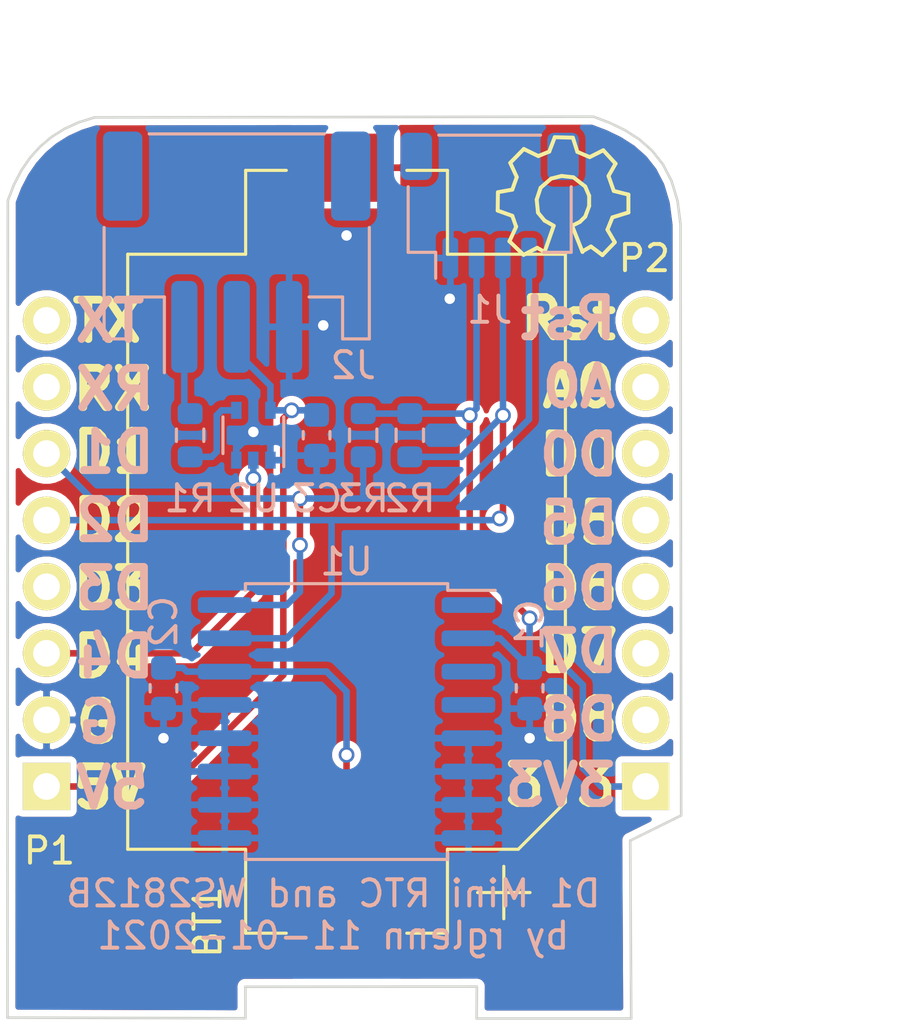
<source format=kicad_pcb>
(kicad_pcb (version 20171130) (host pcbnew "(5.1.7)-1")

  (general
    (thickness 1.6)
    (drawings 76)
    (tracks 98)
    (zones 0)
    (modules 14)
    (nets 10)
  )

  (page A4)
  (layers
    (0 F.Cu signal)
    (31 B.Cu signal)
    (32 B.Adhes user)
    (33 F.Adhes user)
    (34 B.Paste user)
    (35 F.Paste user)
    (36 B.SilkS user)
    (37 F.SilkS user)
    (38 B.Mask user)
    (39 F.Mask user)
    (40 Dwgs.User user)
    (41 Cmts.User user)
    (42 Eco1.User user)
    (43 Eco2.User user)
    (44 Edge.Cuts user)
    (45 Margin user)
    (46 B.CrtYd user)
    (47 F.CrtYd user)
    (48 B.Fab user)
    (49 F.Fab user)
  )

  (setup
    (last_trace_width 0.25)
    (trace_clearance 0.2)
    (zone_clearance 0.254)
    (zone_45_only no)
    (trace_min 0.2)
    (via_size 0.6)
    (via_drill 0.4)
    (via_min_size 0.4)
    (via_min_drill 0.3)
    (uvia_size 0.3)
    (uvia_drill 0.1)
    (uvias_allowed no)
    (uvia_min_size 0.2)
    (uvia_min_drill 0.1)
    (edge_width 0.15)
    (segment_width 0.2)
    (pcb_text_width 0.3)
    (pcb_text_size 1.5 1.5)
    (mod_edge_width 0.15)
    (mod_text_size 1 1)
    (mod_text_width 0.15)
    (pad_size 2.032 1.7272)
    (pad_drill 1.016)
    (pad_to_mask_clearance 0.2)
    (aux_axis_origin 0 0)
    (visible_elements 7FFFFFFF)
    (pcbplotparams
      (layerselection 0x010fc_ffffffff)
      (usegerberextensions true)
      (usegerberattributes true)
      (usegerberadvancedattributes true)
      (creategerberjobfile true)
      (excludeedgelayer true)
      (linewidth 0.100000)
      (plotframeref false)
      (viasonmask false)
      (mode 1)
      (useauxorigin false)
      (hpglpennumber 1)
      (hpglpenspeed 20)
      (hpglpendiameter 15.000000)
      (psnegative false)
      (psa4output false)
      (plotreference true)
      (plotvalue true)
      (plotinvisibletext false)
      (padsonsilk false)
      (subtractmaskfromsilk true)
      (outputformat 1)
      (mirror false)
      (drillshape 0)
      (scaleselection 1)
      (outputdirectory "cam/"))
  )

  (net 0 "")
  (net 1 /D4)
  (net 2 /+3.3V)
  (net 3 GND)
  (net 4 "Net-(BT1-Pad1)")
  (net 5 VCC)
  (net 6 /SDA)
  (net 7 /SCL)
  (net 8 "Net-(J2-Pad1)")
  (net 9 "Net-(R1-Pad2)")

  (net_class Default "This is the default net class."
    (clearance 0.2)
    (trace_width 0.25)
    (via_dia 0.6)
    (via_drill 0.4)
    (uvia_dia 0.3)
    (uvia_drill 0.1)
    (add_net /+3.3V)
    (add_net /D4)
    (add_net /SCL)
    (add_net /SDA)
    (add_net GND)
    (add_net "Net-(BT1-Pad1)")
    (add_net "Net-(J2-Pad1)")
    (add_net "Net-(R1-Pad2)")
    (add_net VCC)
  )

  (module Connector_JST:JST_PH_S3B-PH-SM4-TB_1x03-1MP_P2.00mm_Horizontal (layer B.Cu) (tedit 5B78AD87) (tstamp 5FFB9AE0)
    (at 134.747 83.566)
    (descr "JST PH series connector, S3B-PH-SM4-TB (http://www.jst-mfg.com/product/pdf/eng/ePH.pdf), generated with kicad-footprint-generator")
    (tags "connector JST PH top entry")
    (path /5FFB808A)
    (attr smd)
    (fp_text reference J2 (at 4.445 4.318) (layer B.SilkS)
      (effects (font (size 1 1) (thickness 0.15)) (justify mirror))
    )
    (fp_text value Conn_01x03 (at 0 -5.8) (layer B.Fab)
      (effects (font (size 1 1) (thickness 0.15)) (justify mirror))
    )
    (fp_line (start -2 0.892893) (end -1.5 1.6) (layer B.Fab) (width 0.1))
    (fp_line (start -2.5 1.6) (end -2 0.892893) (layer B.Fab) (width 0.1))
    (fp_line (start 5.6 5.1) (end -5.6 5.1) (layer B.CrtYd) (width 0.05))
    (fp_line (start 5.6 -5.1) (end 5.6 5.1) (layer B.CrtYd) (width 0.05))
    (fp_line (start -5.6 -5.1) (end 5.6 -5.1) (layer B.CrtYd) (width 0.05))
    (fp_line (start -5.6 5.1) (end -5.6 -5.1) (layer B.CrtYd) (width 0.05))
    (fp_line (start 4.95 3.2) (end 4.95 -4.4) (layer B.Fab) (width 0.1))
    (fp_line (start -4.95 3.2) (end -4.95 -4.4) (layer B.Fab) (width 0.1))
    (fp_line (start -4.95 -4.4) (end 4.95 -4.4) (layer B.Fab) (width 0.1))
    (fp_line (start -3.34 -4.51) (end 3.34 -4.51) (layer B.SilkS) (width 0.12))
    (fp_line (start 4.04 1.71) (end 2.76 1.71) (layer B.SilkS) (width 0.12))
    (fp_line (start 4.04 3.31) (end 4.04 1.71) (layer B.SilkS) (width 0.12))
    (fp_line (start 5.06 3.31) (end 4.04 3.31) (layer B.SilkS) (width 0.12))
    (fp_line (start 5.06 -0.94) (end 5.06 3.31) (layer B.SilkS) (width 0.12))
    (fp_line (start -2.76 1.71) (end -2.76 4.6) (layer B.SilkS) (width 0.12))
    (fp_line (start -4.04 1.71) (end -2.76 1.71) (layer B.SilkS) (width 0.12))
    (fp_line (start -4.04 3.31) (end -4.04 1.71) (layer B.SilkS) (width 0.12))
    (fp_line (start -5.06 3.31) (end -4.04 3.31) (layer B.SilkS) (width 0.12))
    (fp_line (start -5.06 -0.94) (end -5.06 3.31) (layer B.SilkS) (width 0.12))
    (fp_line (start 4.15 3.2) (end 4.95 3.2) (layer B.Fab) (width 0.1))
    (fp_line (start 4.15 1.6) (end 4.15 3.2) (layer B.Fab) (width 0.1))
    (fp_line (start -4.15 1.6) (end 4.15 1.6) (layer B.Fab) (width 0.1))
    (fp_line (start -4.15 3.2) (end -4.15 1.6) (layer B.Fab) (width 0.1))
    (fp_line (start -4.95 3.2) (end -4.15 3.2) (layer B.Fab) (width 0.1))
    (fp_text user %R (at 0 -1.5) (layer B.Fab)
      (effects (font (size 1 1) (thickness 0.15)) (justify mirror))
    )
    (pad 1 smd roundrect (at -2 2.85) (size 1 3.5) (layers B.Cu B.Paste B.Mask) (roundrect_rratio 0.25)
      (net 8 "Net-(J2-Pad1)"))
    (pad 2 smd roundrect (at 0 2.85) (size 1 3.5) (layers B.Cu B.Paste B.Mask) (roundrect_rratio 0.25)
      (net 5 VCC))
    (pad 3 smd roundrect (at 2 2.85) (size 1 3.5) (layers B.Cu B.Paste B.Mask) (roundrect_rratio 0.25)
      (net 3 GND))
    (pad MP smd roundrect (at -4.35 -2.9) (size 1.5 3.4) (layers B.Cu B.Paste B.Mask) (roundrect_rratio 0.1666666666666667))
    (pad MP smd roundrect (at 4.35 -2.9) (size 1.5 3.4) (layers B.Cu B.Paste B.Mask) (roundrect_rratio 0.1666666666666667))
    (model ${KISYS3DMOD}/Connector_JST.3dshapes/JST_PH_S3B-PH-SM4-TB_1x03-1MP_P2.00mm_Horizontal.wrl
      (at (xyz 0 0 0))
      (scale (xyz 1 1 1))
      (rotate (xyz 0 0 0))
    )
  )

  (module D1_mini:D1_mini_Pin_Header (layer F.Cu) (tedit 5766B078) (tstamp 5766A936)
    (at 127.49 103.95 180)
    (descr "Through hole pin header")
    (tags "pin header")
    (path /5763EB78)
    (fp_text reference P1 (at -0.11 -2.45 180) (layer F.SilkS)
      (effects (font (size 1 1) (thickness 0.15)))
    )
    (fp_text value CONN_01X08 (at 0 -3.1 180) (layer F.Fab) hide
      (effects (font (size 1 1) (thickness 0.15)))
    )
    (fp_line (start -1.75 19.55) (end 1.75 19.55) (layer F.CrtYd) (width 0.05))
    (fp_line (start -1.75 -1.75) (end 1.75 -1.75) (layer F.CrtYd) (width 0.05))
    (fp_line (start 1.75 -1.75) (end 1.75 19.55) (layer F.CrtYd) (width 0.05))
    (fp_line (start -1.75 -1.75) (end -1.75 19.55) (layer F.CrtYd) (width 0.05))
    (pad 1 thru_hole rect (at 0 0 180) (size 1.8 1.8) (drill 1.016) (layers *.Cu *.Mask F.SilkS)
      (net 5 VCC))
    (pad 2 thru_hole oval (at 0 2.54 180) (size 1.8 1.8) (drill 1.016) (layers *.Cu *.Mask F.SilkS)
      (net 3 GND))
    (pad 3 thru_hole oval (at 0 5.08 180) (size 1.8 1.8) (drill 1.016) (layers *.Cu *.Mask F.SilkS)
      (net 1 /D4))
    (pad 4 thru_hole oval (at 0 7.62 180) (size 1.8 1.8) (drill 1.016) (layers *.Cu *.Mask F.SilkS))
    (pad 5 thru_hole oval (at 0 10.16 180) (size 1.8 1.8) (drill 1.016) (layers *.Cu *.Mask F.SilkS)
      (net 6 /SDA))
    (pad 6 thru_hole oval (at 0 12.7 180) (size 1.8 1.8) (drill 1.016) (layers *.Cu *.Mask F.SilkS)
      (net 7 /SCL))
    (pad 7 thru_hole oval (at 0 15.24 180) (size 1.8 1.8) (drill 1.016) (layers *.Cu *.Mask F.SilkS))
    (pad 8 thru_hole oval (at 0 17.78 180) (size 1.8 1.8) (drill 1.016) (layers *.Cu *.Mask F.SilkS))
    (model Pin_Headers.3dshapes/Pin_Header_Straight_1x08.wrl
      (offset (xyz 0 -8.889999866485596 0))
      (scale (xyz 1 1 1))
      (rotate (xyz 0 0 90))
    )
  )

  (module D1_mini:D1_mini_Pin_Header (layer F.Cu) (tedit 5766ABD3) (tstamp 5766A941)
    (at 150.35 103.95 180)
    (descr "Through hole pin header")
    (tags "pin header")
    (path /5763EBF2)
    (fp_text reference P2 (at 0.05 20.15 180) (layer F.SilkS)
      (effects (font (size 1 1) (thickness 0.15)))
    )
    (fp_text value CONN_01X08 (at 0 -3.1 180) (layer F.Fab) hide
      (effects (font (size 1 1) (thickness 0.15)))
    )
    (fp_line (start -1.75 19.55) (end 1.75 19.55) (layer F.CrtYd) (width 0.05))
    (fp_line (start -1.75 -1.75) (end 1.75 -1.75) (layer F.CrtYd) (width 0.05))
    (fp_line (start 1.75 -1.75) (end 1.75 19.55) (layer F.CrtYd) (width 0.05))
    (fp_line (start -1.75 -1.75) (end -1.75 19.55) (layer F.CrtYd) (width 0.05))
    (pad 1 thru_hole rect (at 0 0 180) (size 1.8 1.8) (drill 1.016) (layers *.Cu *.Mask F.SilkS)
      (net 2 /+3.3V))
    (pad 2 thru_hole oval (at 0 2.54 180) (size 1.8 1.8) (drill 1.016) (layers *.Cu *.Mask F.SilkS))
    (pad 3 thru_hole oval (at 0 5.08 180) (size 1.8 1.8) (drill 1.016) (layers *.Cu *.Mask F.SilkS))
    (pad 4 thru_hole oval (at 0 7.62 180) (size 1.8 1.8) (drill 1.016) (layers *.Cu *.Mask F.SilkS))
    (pad 5 thru_hole oval (at 0 10.16 180) (size 1.8 1.8) (drill 1.016) (layers *.Cu *.Mask F.SilkS))
    (pad 6 thru_hole oval (at 0 12.7 180) (size 1.8 1.8) (drill 1.016) (layers *.Cu *.Mask F.SilkS))
    (pad 7 thru_hole oval (at 0 15.24 180) (size 1.8 1.8) (drill 1.016) (layers *.Cu *.Mask F.SilkS))
    (pad 8 thru_hole oval (at 0 17.78 180) (size 1.8 1.8) (drill 1.016) (layers *.Cu *.Mask F.SilkS))
    (model Pin_Headers.3dshapes/Pin_Header_Straight_1x08.wrl
      (offset (xyz 0 -8.889999866485596 0))
      (scale (xyz 1 1 1))
      (rotate (xyz 0 0 90))
    )
  )

  (module D1_mini:OSHW (layer F.Cu) (tedit 5766B04E) (tstamp 5766B15A)
    (at 147.193 81.661)
    (descr OSHW)
    (tags "Symbol, OSHW-Logo, Silk Screen,")
    (fp_text reference "" (at 0.09906 -4.38912) (layer F.SilkS) hide
      (effects (font (size 1 1) (thickness 0.15)))
    )
    (fp_text value OSHW (at 0 5) (layer F.Fab) hide
      (effects (font (size 1 1) (thickness 0.15)))
    )
    (fp_line (start 0.35052 0.89916) (end 0.7493 1.89992) (layer F.SilkS) (width 0.15))
    (fp_line (start -0.35052 0.89916) (end -0.70104 1.89992) (layer F.SilkS) (width 0.15))
    (fp_line (start -0.70104 0.70104) (end -0.35052 0.89916) (layer F.SilkS) (width 0.15))
    (fp_line (start -0.94996 0.39878) (end -0.70104 0.70104) (layer F.SilkS) (width 0.15))
    (fp_line (start -1.00076 -0.09906) (end -0.94996 0.39878) (layer F.SilkS) (width 0.15))
    (fp_line (start -0.8509 -0.55118) (end -1.00076 -0.09906) (layer F.SilkS) (width 0.15))
    (fp_line (start -0.44958 -0.89916) (end -0.8509 -0.55118) (layer F.SilkS) (width 0.15))
    (fp_line (start -0.0508 -1.00076) (end -0.44958 -0.89916) (layer F.SilkS) (width 0.15))
    (fp_line (start 0.39878 -0.94996) (end -0.0508 -1.00076) (layer F.SilkS) (width 0.15))
    (fp_line (start 0.8509 -0.59944) (end 0.39878 -0.94996) (layer F.SilkS) (width 0.15))
    (fp_line (start 1.00076 -0.24892) (end 0.8509 -0.59944) (layer F.SilkS) (width 0.15))
    (fp_line (start 1.00076 0.14986) (end 1.00076 -0.24892) (layer F.SilkS) (width 0.15))
    (fp_line (start 0.8509 0.55118) (end 1.00076 0.14986) (layer F.SilkS) (width 0.15))
    (fp_line (start 0.65024 0.7493) (end 0.8509 0.55118) (layer F.SilkS) (width 0.15))
    (fp_line (start 0.35052 0.89916) (end 0.65024 0.7493) (layer F.SilkS) (width 0.15))
    (fp_line (start -1.9304 0.5207) (end -1.7907 0.91948) (layer F.SilkS) (width 0.15))
    (fp_line (start -2.4892 0.32004) (end -1.9304 0.5207) (layer F.SilkS) (width 0.15))
    (fp_line (start -2.47904 -0.381) (end -2.4892 0.32004) (layer F.SilkS) (width 0.15))
    (fp_line (start -1.9304 -0.48006) (end -2.47904 -0.381) (layer F.SilkS) (width 0.15))
    (fp_line (start -1.76022 -0.96012) (end -1.9304 -0.48006) (layer F.SilkS) (width 0.15))
    (fp_line (start -2.00914 -1.50114) (end -1.76022 -0.96012) (layer F.SilkS) (width 0.15))
    (fp_line (start -1.49098 -2.02946) (end -2.00914 -1.50114) (layer F.SilkS) (width 0.15))
    (fp_line (start -0.9398 -1.76022) (end -1.49098 -2.02946) (layer F.SilkS) (width 0.15))
    (fp_line (start -0.5207 -1.9304) (end -0.9398 -1.76022) (layer F.SilkS) (width 0.15))
    (fp_line (start -0.30988 -2.47904) (end -0.5207 -1.9304) (layer F.SilkS) (width 0.15))
    (fp_line (start 0.381 -2.46126) (end -0.30988 -2.47904) (layer F.SilkS) (width 0.15))
    (fp_line (start 0.55118 -1.92024) (end 0.381 -2.46126) (layer F.SilkS) (width 0.15))
    (fp_line (start 1.02108 -1.71958) (end 0.55118 -1.92024) (layer F.SilkS) (width 0.15))
    (fp_line (start 1.53924 -1.9812) (end 1.02108 -1.71958) (layer F.SilkS) (width 0.15))
    (fp_line (start 2.00914 -1.47066) (end 1.53924 -1.9812) (layer F.SilkS) (width 0.15))
    (fp_line (start 1.7399 -1.00076) (end 2.00914 -1.47066) (layer F.SilkS) (width 0.15))
    (fp_line (start 1.94056 -0.42926) (end 1.7399 -1.00076) (layer F.SilkS) (width 0.15))
    (fp_line (start 2.49936 -0.28956) (end 1.94056 -0.42926) (layer F.SilkS) (width 0.15))
    (fp_line (start 2.49936 0.39116) (end 2.49936 -0.28956) (layer F.SilkS) (width 0.15))
    (fp_line (start 1.88976 0.57912) (end 2.49936 0.39116) (layer F.SilkS) (width 0.15))
    (fp_line (start 1.69926 1.04902) (end 1.88976 0.57912) (layer F.SilkS) (width 0.15))
    (fp_line (start 1.9812 1.52908) (end 1.69926 1.04902) (layer F.SilkS) (width 0.15))
    (fp_line (start 1.50876 2.0193) (end 1.9812 1.52908) (layer F.SilkS) (width 0.15))
    (fp_line (start 1.06934 1.6891) (end 1.50876 2.0193) (layer F.SilkS) (width 0.15))
    (fp_line (start 0.73914 1.8796) (end 1.06934 1.6891) (layer F.SilkS) (width 0.15))
    (fp_line (start -0.98044 1.7399) (end -0.70104 1.89992) (layer F.SilkS) (width 0.15))
    (fp_line (start -1.50114 2.00914) (end -0.98044 1.7399) (layer F.SilkS) (width 0.15))
    (fp_line (start -2.03962 1.49098) (end -1.50114 2.00914) (layer F.SilkS) (width 0.15))
    (fp_line (start -1.78054 0.92964) (end -2.03962 1.49098) (layer F.SilkS) (width 0.15))
  )

  (module Battery:BatteryHolder_Keystone_1060_1x2032 (layer F.Cu) (tedit 5B98EF5E) (tstamp 5FFB82E7)
    (at 138.938 94.996 90)
    (descr http://www.keyelco.com/product-pdf.cfm?p=726)
    (tags "CR2032 BR2032 BatteryHolder Battery")
    (path /5FFBB9BA)
    (attr smd)
    (fp_text reference BT1 (at -14.125 -5.3 90) (layer F.SilkS)
      (effects (font (size 1 1) (thickness 0.15)))
    )
    (fp_text value Battery_Cell (at 0 -11.75 90) (layer F.Fab)
      (effects (font (size 1 1) (thickness 0.15)))
    )
    (fp_line (start -12 6) (end -14 6) (layer F.SilkS) (width 0.12))
    (fp_line (start -13 5) (end -13 7) (layer F.SilkS) (width 0.12))
    (fp_line (start 11.5 -8.5) (end 6.5 -8.5) (layer F.CrtYd) (width 0.05))
    (fp_line (start 11.5 4) (end 11.5 8.5) (layer F.CrtYd) (width 0.05))
    (fp_line (start 14.7 4) (end 11.5 4) (layer F.CrtYd) (width 0.05))
    (fp_line (start 14.7 2.3) (end 14.7 4) (layer F.CrtYd) (width 0.05))
    (fp_line (start 16.45 2.3) (end 14.7 2.3) (layer F.CrtYd) (width 0.05))
    (fp_line (start 16.45 -2.3) (end 16.45 2.3) (layer F.CrtYd) (width 0.05))
    (fp_line (start 14.7 -2.3) (end 16.45 -2.3) (layer F.CrtYd) (width 0.05))
    (fp_line (start 14.7 -4) (end 14.7 -2.3) (layer F.CrtYd) (width 0.05))
    (fp_line (start 11.5 -4) (end 14.7 -4) (layer F.CrtYd) (width 0.05))
    (fp_line (start 11.5 -8.5) (end 11.5 -4) (layer F.CrtYd) (width 0.05))
    (fp_line (start -11.5 -8.5) (end -6.5 -8.5) (layer F.CrtYd) (width 0.05))
    (fp_line (start -11.5 -4) (end -11.5 -8.5) (layer F.CrtYd) (width 0.05))
    (fp_line (start -14.7 -4) (end -11.5 -4) (layer F.CrtYd) (width 0.05))
    (fp_line (start -14.7 -2.3) (end -14.7 -4) (layer F.CrtYd) (width 0.05))
    (fp_line (start -14.7 -2.3) (end -16.45 -2.3) (layer F.CrtYd) (width 0.05))
    (fp_line (start -16.45 2.3) (end -16.45 -2.3) (layer F.CrtYd) (width 0.05))
    (fp_line (start -14.7 2.3) (end -16.45 2.3) (layer F.CrtYd) (width 0.05))
    (fp_line (start -14.7 4) (end -14.7 2.3) (layer F.CrtYd) (width 0.05))
    (fp_line (start -14.7 4) (end -11.5 4) (layer F.CrtYd) (width 0.05))
    (fp_line (start -11.5 4) (end -11.5 8.5) (layer F.CrtYd) (width 0.05))
    (fp_line (start -6.5 8.5) (end -11.5 8.5) (layer F.CrtYd) (width 0.05))
    (fp_line (start 11.5 8.5) (end 6.5 8.5) (layer F.CrtYd) (width 0.05))
    (fp_line (start 11.35 -8.35) (end 11.35 -3.85) (layer F.SilkS) (width 0.12))
    (fp_line (start -11.35 -8.35) (end -11.35 -3.85) (layer F.SilkS) (width 0.12))
    (fp_line (start -11.35 -8.35) (end 11.35 -8.35) (layer F.SilkS) (width 0.12))
    (fp_line (start 14.55 -3.85) (end 14.55 -2.3) (layer F.SilkS) (width 0.12))
    (fp_line (start 11.35 -3.85) (end 14.55 -3.85) (layer F.SilkS) (width 0.12))
    (fp_line (start -14.55 -3.85) (end -14.55 -2.3) (layer F.SilkS) (width 0.12))
    (fp_line (start -11.35 -3.85) (end -14.55 -3.85) (layer F.SilkS) (width 0.12))
    (fp_line (start -14.55 3.85) (end -14.55 2.3) (layer F.SilkS) (width 0.12))
    (fp_line (start -11.35 3.85) (end -14.55 3.85) (layer F.SilkS) (width 0.12))
    (fp_line (start -9.55 8.35) (end -11.35 6.55) (layer F.SilkS) (width 0.12))
    (fp_line (start -11.35 6.55) (end -11.35 3.85) (layer F.SilkS) (width 0.12))
    (fp_line (start 11.35 8.35) (end -9.55 8.35) (layer F.SilkS) (width 0.12))
    (fp_line (start 11.35 8.35) (end 11.35 3.85) (layer F.SilkS) (width 0.12))
    (fp_line (start 14.55 3.85) (end 14.55 2.3) (layer F.SilkS) (width 0.12))
    (fp_line (start 11.35 3.85) (end 14.55 3.85) (layer F.SilkS) (width 0.12))
    (fp_line (start -9.4 8) (end -11 6.4) (layer F.Fab) (width 0.1))
    (fp_line (start 14.2 -3.5) (end 11 -3.5) (layer F.Fab) (width 0.1))
    (fp_line (start 14.2 3.5) (end 14.2 -3.5) (layer F.Fab) (width 0.1))
    (fp_line (start 11 3.5) (end 14.2 3.5) (layer F.Fab) (width 0.1))
    (fp_line (start -14.2 -3.5) (end -11 -3.5) (layer F.Fab) (width 0.1))
    (fp_line (start -14.2 3.5) (end -14.2 -3.5) (layer F.Fab) (width 0.1))
    (fp_line (start -11 3.5) (end -14.2 3.5) (layer F.Fab) (width 0.1))
    (fp_line (start -11 6.4) (end -11 3.5) (layer F.Fab) (width 0.1))
    (fp_line (start -11 -8) (end -11 -3.5) (layer F.Fab) (width 0.1))
    (fp_line (start 11 -8) (end 11 -3.5) (layer F.Fab) (width 0.1))
    (fp_line (start 11 8) (end 11 3.5) (layer F.Fab) (width 0.1))
    (fp_line (start 11 -8) (end -11 -8) (layer F.Fab) (width 0.1))
    (fp_line (start 11 8) (end -9.4 8) (layer F.Fab) (width 0.1))
    (fp_circle (center 0 0) (end -10.2 0) (layer Dwgs.User) (width 0.3))
    (fp_arc (start 0 0) (end -6.5 8.5) (angle -74.81070976) (layer F.CrtYd) (width 0.05))
    (fp_arc (start 0 0) (end 6.5 -8.5) (angle -74.81070976) (layer F.CrtYd) (width 0.05))
    (fp_text user %R (at 0 0 90) (layer F.Fab)
      (effects (font (size 1 1) (thickness 0.15)))
    )
    (pad 2 smd rect (at 14.65 0 270) (size 2.6 3.6) (layers F.Cu F.Paste F.Mask)
      (net 3 GND))
    (pad 1 smd rect (at -14.65 0 270) (size 2.6 3.6) (layers F.Cu F.Paste F.Mask)
      (net 4 "Net-(BT1-Pad1)"))
    (model ${KISYS3DMOD}/Battery.3dshapes/BatteryHolder_Keystone_1060_1x2032.wrl
      (at (xyz 0 0 0))
      (scale (xyz 1 1 1))
      (rotate (xyz 0 0 0))
    )
  )

  (module Capacitor_SMD:C_0603_1608Metric (layer B.Cu) (tedit 5F68FEEE) (tstamp 5FFB7EC6)
    (at 145.923 100.203 270)
    (descr "Capacitor SMD 0603 (1608 Metric), square (rectangular) end terminal, IPC_7351 nominal, (Body size source: IPC-SM-782 page 76, https://www.pcb-3d.com/wordpress/wp-content/uploads/ipc-sm-782a_amendment_1_and_2.pdf), generated with kicad-footprint-generator")
    (tags capacitor)
    (path /5FFBF32F)
    (attr smd)
    (fp_text reference C1 (at -2.413 0 270) (layer B.SilkS)
      (effects (font (size 1 1) (thickness 0.15)) (justify mirror))
    )
    (fp_text value 100n (at 0 -1.43 90) (layer B.Fab)
      (effects (font (size 1 1) (thickness 0.15)) (justify mirror))
    )
    (fp_text user %R (at 0 0 90) (layer B.Fab)
      (effects (font (size 0.4 0.4) (thickness 0.06)) (justify mirror))
    )
    (fp_line (start -0.8 -0.4) (end -0.8 0.4) (layer B.Fab) (width 0.1))
    (fp_line (start -0.8 0.4) (end 0.8 0.4) (layer B.Fab) (width 0.1))
    (fp_line (start 0.8 0.4) (end 0.8 -0.4) (layer B.Fab) (width 0.1))
    (fp_line (start 0.8 -0.4) (end -0.8 -0.4) (layer B.Fab) (width 0.1))
    (fp_line (start -0.14058 0.51) (end 0.14058 0.51) (layer B.SilkS) (width 0.12))
    (fp_line (start -0.14058 -0.51) (end 0.14058 -0.51) (layer B.SilkS) (width 0.12))
    (fp_line (start -1.48 -0.73) (end -1.48 0.73) (layer B.CrtYd) (width 0.05))
    (fp_line (start -1.48 0.73) (end 1.48 0.73) (layer B.CrtYd) (width 0.05))
    (fp_line (start 1.48 0.73) (end 1.48 -0.73) (layer B.CrtYd) (width 0.05))
    (fp_line (start 1.48 -0.73) (end -1.48 -0.73) (layer B.CrtYd) (width 0.05))
    (pad 2 smd roundrect (at 0.775 0 270) (size 0.9 0.95) (layers B.Cu B.Paste B.Mask) (roundrect_rratio 0.25)
      (net 3 GND))
    (pad 1 smd roundrect (at -0.775 0 270) (size 0.9 0.95) (layers B.Cu B.Paste B.Mask) (roundrect_rratio 0.25)
      (net 2 /+3.3V))
    (model ${KISYS3DMOD}/Capacitor_SMD.3dshapes/C_0603_1608Metric.wrl
      (at (xyz 0 0 0))
      (scale (xyz 1 1 1))
      (rotate (xyz 0 0 0))
    )
  )

  (module Capacitor_SMD:C_0603_1608Metric (layer B.Cu) (tedit 5F68FEEE) (tstamp 5FFB7ED7)
    (at 131.953 100.203 270)
    (descr "Capacitor SMD 0603 (1608 Metric), square (rectangular) end terminal, IPC_7351 nominal, (Body size source: IPC-SM-782 page 76, https://www.pcb-3d.com/wordpress/wp-content/uploads/ipc-sm-782a_amendment_1_and_2.pdf), generated with kicad-footprint-generator")
    (tags capacitor)
    (path /5FFC013D)
    (attr smd)
    (fp_text reference C2 (at -2.54 0 270) (layer B.SilkS)
      (effects (font (size 1 1) (thickness 0.15)) (justify mirror))
    )
    (fp_text value 100n (at 0 -1.43 90) (layer B.Fab)
      (effects (font (size 1 1) (thickness 0.15)) (justify mirror))
    )
    (fp_line (start 1.48 -0.73) (end -1.48 -0.73) (layer B.CrtYd) (width 0.05))
    (fp_line (start 1.48 0.73) (end 1.48 -0.73) (layer B.CrtYd) (width 0.05))
    (fp_line (start -1.48 0.73) (end 1.48 0.73) (layer B.CrtYd) (width 0.05))
    (fp_line (start -1.48 -0.73) (end -1.48 0.73) (layer B.CrtYd) (width 0.05))
    (fp_line (start -0.14058 -0.51) (end 0.14058 -0.51) (layer B.SilkS) (width 0.12))
    (fp_line (start -0.14058 0.51) (end 0.14058 0.51) (layer B.SilkS) (width 0.12))
    (fp_line (start 0.8 -0.4) (end -0.8 -0.4) (layer B.Fab) (width 0.1))
    (fp_line (start 0.8 0.4) (end 0.8 -0.4) (layer B.Fab) (width 0.1))
    (fp_line (start -0.8 0.4) (end 0.8 0.4) (layer B.Fab) (width 0.1))
    (fp_line (start -0.8 -0.4) (end -0.8 0.4) (layer B.Fab) (width 0.1))
    (fp_text user %R (at 0 0 90) (layer B.Fab)
      (effects (font (size 0.4 0.4) (thickness 0.06)) (justify mirror))
    )
    (pad 1 smd roundrect (at -0.775 0 270) (size 0.9 0.95) (layers B.Cu B.Paste B.Mask) (roundrect_rratio 0.25)
      (net 4 "Net-(BT1-Pad1)"))
    (pad 2 smd roundrect (at 0.775 0 270) (size 0.9 0.95) (layers B.Cu B.Paste B.Mask) (roundrect_rratio 0.25)
      (net 3 GND))
    (model ${KISYS3DMOD}/Capacitor_SMD.3dshapes/C_0603_1608Metric.wrl
      (at (xyz 0 0 0))
      (scale (xyz 1 1 1))
      (rotate (xyz 0 0 0))
    )
  )

  (module Capacitor_SMD:C_0603_1608Metric (layer B.Cu) (tedit 5F68FEEE) (tstamp 5FFB7EE8)
    (at 137.795 90.551 270)
    (descr "Capacitor SMD 0603 (1608 Metric), square (rectangular) end terminal, IPC_7351 nominal, (Body size source: IPC-SM-782 page 76, https://www.pcb-3d.com/wordpress/wp-content/uploads/ipc-sm-782a_amendment_1_and_2.pdf), generated with kicad-footprint-generator")
    (tags capacitor)
    (path /5FFBCF33)
    (attr smd)
    (fp_text reference C3 (at 2.413 0 180) (layer B.SilkS)
      (effects (font (size 1 1) (thickness 0.15)) (justify mirror))
    )
    (fp_text value 100n (at 0 -1.43 90) (layer B.Fab)
      (effects (font (size 1 1) (thickness 0.15)) (justify mirror))
    )
    (fp_line (start 1.48 -0.73) (end -1.48 -0.73) (layer B.CrtYd) (width 0.05))
    (fp_line (start 1.48 0.73) (end 1.48 -0.73) (layer B.CrtYd) (width 0.05))
    (fp_line (start -1.48 0.73) (end 1.48 0.73) (layer B.CrtYd) (width 0.05))
    (fp_line (start -1.48 -0.73) (end -1.48 0.73) (layer B.CrtYd) (width 0.05))
    (fp_line (start -0.14058 -0.51) (end 0.14058 -0.51) (layer B.SilkS) (width 0.12))
    (fp_line (start -0.14058 0.51) (end 0.14058 0.51) (layer B.SilkS) (width 0.12))
    (fp_line (start 0.8 -0.4) (end -0.8 -0.4) (layer B.Fab) (width 0.1))
    (fp_line (start 0.8 0.4) (end 0.8 -0.4) (layer B.Fab) (width 0.1))
    (fp_line (start -0.8 0.4) (end 0.8 0.4) (layer B.Fab) (width 0.1))
    (fp_line (start -0.8 -0.4) (end -0.8 0.4) (layer B.Fab) (width 0.1))
    (fp_text user %R (at 0 0 90) (layer B.Fab)
      (effects (font (size 0.4 0.4) (thickness 0.06)) (justify mirror))
    )
    (pad 1 smd roundrect (at -0.775 0 270) (size 0.9 0.95) (layers B.Cu B.Paste B.Mask) (roundrect_rratio 0.25)
      (net 5 VCC))
    (pad 2 smd roundrect (at 0.775 0 270) (size 0.9 0.95) (layers B.Cu B.Paste B.Mask) (roundrect_rratio 0.25)
      (net 3 GND))
    (model ${KISYS3DMOD}/Capacitor_SMD.3dshapes/C_0603_1608Metric.wrl
      (at (xyz 0 0 0))
      (scale (xyz 1 1 1))
      (rotate (xyz 0 0 0))
    )
  )

  (module Connector_JST:JST_SH_SM04B-SRSS-TB_1x04-1MP_P1.00mm_Horizontal (layer B.Cu) (tedit 5B78AD87) (tstamp 5FFB7F03)
    (at 144.399 81.788)
    (descr "JST SH series connector, SM04B-SRSS-TB (http://www.jst-mfg.com/product/pdf/eng/eSH.pdf), generated with kicad-footprint-generator")
    (tags "connector JST SH top entry")
    (path /5FFB79C6)
    (attr smd)
    (fp_text reference J1 (at 0 3.98) (layer B.SilkS)
      (effects (font (size 1 1) (thickness 0.15)) (justify mirror))
    )
    (fp_text value Conn_01x04 (at 0 -3.98) (layer B.Fab)
      (effects (font (size 1 1) (thickness 0.15)) (justify mirror))
    )
    (fp_line (start -1.5 0.967893) (end -1 1.675) (layer B.Fab) (width 0.1))
    (fp_line (start -2 1.675) (end -1.5 0.967893) (layer B.Fab) (width 0.1))
    (fp_line (start 3.9 3.28) (end -3.9 3.28) (layer B.CrtYd) (width 0.05))
    (fp_line (start 3.9 -3.28) (end 3.9 3.28) (layer B.CrtYd) (width 0.05))
    (fp_line (start -3.9 -3.28) (end 3.9 -3.28) (layer B.CrtYd) (width 0.05))
    (fp_line (start -3.9 3.28) (end -3.9 -3.28) (layer B.CrtYd) (width 0.05))
    (fp_line (start 3 1.675) (end 3 -2.575) (layer B.Fab) (width 0.1))
    (fp_line (start -3 1.675) (end -3 -2.575) (layer B.Fab) (width 0.1))
    (fp_line (start -3 -2.575) (end 3 -2.575) (layer B.Fab) (width 0.1))
    (fp_line (start -1.94 -2.685) (end 1.94 -2.685) (layer B.SilkS) (width 0.12))
    (fp_line (start 3.11 1.785) (end 2.06 1.785) (layer B.SilkS) (width 0.12))
    (fp_line (start 3.11 -0.715) (end 3.11 1.785) (layer B.SilkS) (width 0.12))
    (fp_line (start -2.06 1.785) (end -2.06 2.775) (layer B.SilkS) (width 0.12))
    (fp_line (start -3.11 1.785) (end -2.06 1.785) (layer B.SilkS) (width 0.12))
    (fp_line (start -3.11 -0.715) (end -3.11 1.785) (layer B.SilkS) (width 0.12))
    (fp_line (start -3 1.675) (end 3 1.675) (layer B.Fab) (width 0.1))
    (fp_text user %R (at 0 0) (layer B.Fab)
      (effects (font (size 1 1) (thickness 0.15)) (justify mirror))
    )
    (pad 1 smd roundrect (at -1.5 2) (size 0.6 1.55) (layers B.Cu B.Paste B.Mask) (roundrect_rratio 0.25)
      (net 3 GND))
    (pad 2 smd roundrect (at -0.5 2) (size 0.6 1.55) (layers B.Cu B.Paste B.Mask) (roundrect_rratio 0.25)
      (net 2 /+3.3V))
    (pad 3 smd roundrect (at 0.5 2) (size 0.6 1.55) (layers B.Cu B.Paste B.Mask) (roundrect_rratio 0.25)
      (net 6 /SDA))
    (pad 4 smd roundrect (at 1.5 2) (size 0.6 1.55) (layers B.Cu B.Paste B.Mask) (roundrect_rratio 0.25)
      (net 7 /SCL))
    (pad MP smd roundrect (at -2.8 -1.875) (size 1.2 1.8) (layers B.Cu B.Paste B.Mask) (roundrect_rratio 0.2083325))
    (pad MP smd roundrect (at 2.8 -1.875) (size 1.2 1.8) (layers B.Cu B.Paste B.Mask) (roundrect_rratio 0.2083325))
    (model ${KISYS3DMOD}/Connector_JST.3dshapes/JST_SH_SM04B-SRSS-TB_1x04-1MP_P1.00mm_Horizontal.wrl
      (at (xyz 0 0 0))
      (scale (xyz 1 1 1))
      (rotate (xyz 0 0 0))
    )
  )

  (module Package_SO:SOIC-16W_7.5x10.3mm_P1.27mm (layer B.Cu) (tedit 5D9F72B1) (tstamp 5FFB7F52)
    (at 138.938 101.473 180)
    (descr "SOIC, 16 Pin (JEDEC MS-013AA, https://www.analog.com/media/en/package-pcb-resources/package/pkg_pdf/soic_wide-rw/rw_16.pdf), generated with kicad-footprint-generator ipc_gullwing_generator.py")
    (tags "SOIC SO")
    (path /5FFB6D10)
    (attr smd)
    (fp_text reference U1 (at 0 6.1) (layer B.SilkS)
      (effects (font (size 1 1) (thickness 0.15)) (justify mirror))
    )
    (fp_text value DS3231M (at 0 -6.1) (layer B.Fab)
      (effects (font (size 1 1) (thickness 0.15)) (justify mirror))
    )
    (fp_line (start 5.93 5.4) (end -5.93 5.4) (layer B.CrtYd) (width 0.05))
    (fp_line (start 5.93 -5.4) (end 5.93 5.4) (layer B.CrtYd) (width 0.05))
    (fp_line (start -5.93 -5.4) (end 5.93 -5.4) (layer B.CrtYd) (width 0.05))
    (fp_line (start -5.93 5.4) (end -5.93 -5.4) (layer B.CrtYd) (width 0.05))
    (fp_line (start -3.75 4.15) (end -2.75 5.15) (layer B.Fab) (width 0.1))
    (fp_line (start -3.75 -5.15) (end -3.75 4.15) (layer B.Fab) (width 0.1))
    (fp_line (start 3.75 -5.15) (end -3.75 -5.15) (layer B.Fab) (width 0.1))
    (fp_line (start 3.75 5.15) (end 3.75 -5.15) (layer B.Fab) (width 0.1))
    (fp_line (start -2.75 5.15) (end 3.75 5.15) (layer B.Fab) (width 0.1))
    (fp_line (start -3.86 5.005) (end -5.675 5.005) (layer B.SilkS) (width 0.12))
    (fp_line (start -3.86 5.26) (end -3.86 5.005) (layer B.SilkS) (width 0.12))
    (fp_line (start 0 5.26) (end -3.86 5.26) (layer B.SilkS) (width 0.12))
    (fp_line (start 3.86 5.26) (end 3.86 5.005) (layer B.SilkS) (width 0.12))
    (fp_line (start 0 5.26) (end 3.86 5.26) (layer B.SilkS) (width 0.12))
    (fp_line (start -3.86 -5.26) (end -3.86 -5.005) (layer B.SilkS) (width 0.12))
    (fp_line (start 0 -5.26) (end -3.86 -5.26) (layer B.SilkS) (width 0.12))
    (fp_line (start 3.86 -5.26) (end 3.86 -5.005) (layer B.SilkS) (width 0.12))
    (fp_line (start 0 -5.26) (end 3.86 -5.26) (layer B.SilkS) (width 0.12))
    (fp_text user %R (at 0 0) (layer B.Fab)
      (effects (font (size 1 1) (thickness 0.15)) (justify mirror))
    )
    (pad 1 smd roundrect (at -4.65 4.445 180) (size 2.05 0.6) (layers B.Cu B.Paste B.Mask) (roundrect_rratio 0.25))
    (pad 2 smd roundrect (at -4.65 3.175 180) (size 2.05 0.6) (layers B.Cu B.Paste B.Mask) (roundrect_rratio 0.25)
      (net 2 /+3.3V))
    (pad 3 smd roundrect (at -4.65 1.905 180) (size 2.05 0.6) (layers B.Cu B.Paste B.Mask) (roundrect_rratio 0.25))
    (pad 4 smd roundrect (at -4.65 0.635 180) (size 2.05 0.6) (layers B.Cu B.Paste B.Mask) (roundrect_rratio 0.25))
    (pad 5 smd roundrect (at -4.65 -0.635 180) (size 2.05 0.6) (layers B.Cu B.Paste B.Mask) (roundrect_rratio 0.25)
      (net 3 GND))
    (pad 6 smd roundrect (at -4.65 -1.905 180) (size 2.05 0.6) (layers B.Cu B.Paste B.Mask) (roundrect_rratio 0.25)
      (net 3 GND))
    (pad 7 smd roundrect (at -4.65 -3.175 180) (size 2.05 0.6) (layers B.Cu B.Paste B.Mask) (roundrect_rratio 0.25)
      (net 3 GND))
    (pad 8 smd roundrect (at -4.65 -4.445 180) (size 2.05 0.6) (layers B.Cu B.Paste B.Mask) (roundrect_rratio 0.25)
      (net 3 GND))
    (pad 9 smd roundrect (at 4.65 -4.445 180) (size 2.05 0.6) (layers B.Cu B.Paste B.Mask) (roundrect_rratio 0.25)
      (net 3 GND))
    (pad 10 smd roundrect (at 4.65 -3.175 180) (size 2.05 0.6) (layers B.Cu B.Paste B.Mask) (roundrect_rratio 0.25)
      (net 3 GND))
    (pad 11 smd roundrect (at 4.65 -1.905 180) (size 2.05 0.6) (layers B.Cu B.Paste B.Mask) (roundrect_rratio 0.25)
      (net 3 GND))
    (pad 12 smd roundrect (at 4.65 -0.635 180) (size 2.05 0.6) (layers B.Cu B.Paste B.Mask) (roundrect_rratio 0.25)
      (net 3 GND))
    (pad 13 smd roundrect (at 4.65 0.635 180) (size 2.05 0.6) (layers B.Cu B.Paste B.Mask) (roundrect_rratio 0.25)
      (net 3 GND))
    (pad 14 smd roundrect (at 4.65 1.905 180) (size 2.05 0.6) (layers B.Cu B.Paste B.Mask) (roundrect_rratio 0.25)
      (net 4 "Net-(BT1-Pad1)"))
    (pad 15 smd roundrect (at 4.65 3.175 180) (size 2.05 0.6) (layers B.Cu B.Paste B.Mask) (roundrect_rratio 0.25)
      (net 6 /SDA))
    (pad 16 smd roundrect (at 4.65 4.445 180) (size 2.05 0.6) (layers B.Cu B.Paste B.Mask) (roundrect_rratio 0.25)
      (net 7 /SCL))
    (model ${KISYS3DMOD}/Package_SO.3dshapes/SOIC-16W_7.5x10.3mm_P1.27mm.wrl
      (at (xyz 0 0 0))
      (scale (xyz 1 1 1))
      (rotate (xyz 0 0 0))
    )
  )

  (module Package_TO_SOT_SMD:SOT-353_SC-70-5 (layer B.Cu) (tedit 5A02FF57) (tstamp 5FFB7F67)
    (at 135.382 90.551 90)
    (descr "SOT-353, SC-70-5")
    (tags "SOT-353 SC-70-5")
    (path /5FFB8842)
    (attr smd)
    (fp_text reference U2 (at -2.413 0 180) (layer B.SilkS)
      (effects (font (size 1 1) (thickness 0.15)) (justify mirror))
    )
    (fp_text value 74AHCT1G125 (at 0 -2 -90) (layer B.Fab)
      (effects (font (size 1 1) (thickness 0.15)) (justify mirror))
    )
    (fp_line (start -0.175 1.1) (end -0.675 0.6) (layer B.Fab) (width 0.1))
    (fp_line (start 0.675 -1.1) (end -0.675 -1.1) (layer B.Fab) (width 0.1))
    (fp_line (start 0.675 1.1) (end 0.675 -1.1) (layer B.Fab) (width 0.1))
    (fp_line (start -1.6 -1.4) (end 1.6 -1.4) (layer B.CrtYd) (width 0.05))
    (fp_line (start -0.675 0.6) (end -0.675 -1.1) (layer B.Fab) (width 0.1))
    (fp_line (start 0.675 1.1) (end -0.175 1.1) (layer B.Fab) (width 0.1))
    (fp_line (start -1.6 1.4) (end 1.6 1.4) (layer B.CrtYd) (width 0.05))
    (fp_line (start -1.6 1.4) (end -1.6 -1.4) (layer B.CrtYd) (width 0.05))
    (fp_line (start 1.6 -1.4) (end 1.6 1.4) (layer B.CrtYd) (width 0.05))
    (fp_line (start -0.7 -1.16) (end 0.7 -1.16) (layer B.SilkS) (width 0.12))
    (fp_line (start 0.7 1.16) (end -1.2 1.16) (layer B.SilkS) (width 0.12))
    (fp_text user %R (at 0 0 180) (layer B.Fab)
      (effects (font (size 0.5 0.5) (thickness 0.075)) (justify mirror))
    )
    (pad 1 smd rect (at -0.95 0.65 90) (size 0.65 0.4) (layers B.Cu B.Paste B.Mask)
      (net 3 GND))
    (pad 3 smd rect (at -0.95 -0.65 90) (size 0.65 0.4) (layers B.Cu B.Paste B.Mask)
      (net 3 GND))
    (pad 2 smd rect (at -0.95 0 90) (size 0.65 0.4) (layers B.Cu B.Paste B.Mask)
      (net 1 /D4))
    (pad 4 smd rect (at 0.95 -0.65 90) (size 0.65 0.4) (layers B.Cu B.Paste B.Mask)
      (net 9 "Net-(R1-Pad2)"))
    (pad 5 smd rect (at 0.95 0.65 90) (size 0.65 0.4) (layers B.Cu B.Paste B.Mask)
      (net 5 VCC))
    (model ${KISYS3DMOD}/Package_TO_SOT_SMD.3dshapes/SOT-353_SC-70-5.wrl
      (at (xyz 0 0 0))
      (scale (xyz 1 1 1))
      (rotate (xyz 0 0 0))
    )
  )

  (module Resistor_SMD:R_0603_1608Metric (layer B.Cu) (tedit 5F68FEEE) (tstamp 5FFBDAC4)
    (at 132.969 90.551 270)
    (descr "Resistor SMD 0603 (1608 Metric), square (rectangular) end terminal, IPC_7351 nominal, (Body size source: IPC-SM-782 page 72, https://www.pcb-3d.com/wordpress/wp-content/uploads/ipc-sm-782a_amendment_1_and_2.pdf), generated with kicad-footprint-generator")
    (tags resistor)
    (path /5FFCC58B)
    (attr smd)
    (fp_text reference R1 (at 2.413 0 180) (layer B.SilkS)
      (effects (font (size 1 1) (thickness 0.15)) (justify mirror))
    )
    (fp_text value 100 (at 0 -1.43 90) (layer B.Fab)
      (effects (font (size 1 1) (thickness 0.15)) (justify mirror))
    )
    (fp_line (start 1.48 -0.73) (end -1.48 -0.73) (layer B.CrtYd) (width 0.05))
    (fp_line (start 1.48 0.73) (end 1.48 -0.73) (layer B.CrtYd) (width 0.05))
    (fp_line (start -1.48 0.73) (end 1.48 0.73) (layer B.CrtYd) (width 0.05))
    (fp_line (start -1.48 -0.73) (end -1.48 0.73) (layer B.CrtYd) (width 0.05))
    (fp_line (start -0.237258 -0.5225) (end 0.237258 -0.5225) (layer B.SilkS) (width 0.12))
    (fp_line (start -0.237258 0.5225) (end 0.237258 0.5225) (layer B.SilkS) (width 0.12))
    (fp_line (start 0.8 -0.4125) (end -0.8 -0.4125) (layer B.Fab) (width 0.1))
    (fp_line (start 0.8 0.4125) (end 0.8 -0.4125) (layer B.Fab) (width 0.1))
    (fp_line (start -0.8 0.4125) (end 0.8 0.4125) (layer B.Fab) (width 0.1))
    (fp_line (start -0.8 -0.4125) (end -0.8 0.4125) (layer B.Fab) (width 0.1))
    (fp_text user %R (at 0 0 90) (layer B.Fab)
      (effects (font (size 0.4 0.4) (thickness 0.06)) (justify mirror))
    )
    (pad 1 smd roundrect (at -0.825 0 270) (size 0.8 0.95) (layers B.Cu B.Paste B.Mask) (roundrect_rratio 0.25)
      (net 8 "Net-(J2-Pad1)"))
    (pad 2 smd roundrect (at 0.825 0 270) (size 0.8 0.95) (layers B.Cu B.Paste B.Mask) (roundrect_rratio 0.25)
      (net 9 "Net-(R1-Pad2)"))
    (model ${KISYS3DMOD}/Resistor_SMD.3dshapes/R_0603_1608Metric.wrl
      (at (xyz 0 0 0))
      (scale (xyz 1 1 1))
      (rotate (xyz 0 0 0))
    )
  )

  (module Resistor_SMD:R_0603_1608Metric (layer B.Cu) (tedit 5F68FEEE) (tstamp 5FFBE1A8)
    (at 141.351 90.551 90)
    (descr "Resistor SMD 0603 (1608 Metric), square (rectangular) end terminal, IPC_7351 nominal, (Body size source: IPC-SM-782 page 72, https://www.pcb-3d.com/wordpress/wp-content/uploads/ipc-sm-782a_amendment_1_and_2.pdf), generated with kicad-footprint-generator")
    (tags resistor)
    (path /5FFD0C8A)
    (attr smd)
    (fp_text reference R2 (at -2.413 0 180) (layer B.SilkS)
      (effects (font (size 1 1) (thickness 0.15)) (justify mirror))
    )
    (fp_text value 4.7K (at 0 -1.43 90) (layer B.Fab)
      (effects (font (size 1 1) (thickness 0.15)) (justify mirror))
    )
    (fp_text user %R (at 0 0 90) (layer B.Fab)
      (effects (font (size 0.4 0.4) (thickness 0.06)) (justify mirror))
    )
    (fp_line (start -0.8 -0.4125) (end -0.8 0.4125) (layer B.Fab) (width 0.1))
    (fp_line (start -0.8 0.4125) (end 0.8 0.4125) (layer B.Fab) (width 0.1))
    (fp_line (start 0.8 0.4125) (end 0.8 -0.4125) (layer B.Fab) (width 0.1))
    (fp_line (start 0.8 -0.4125) (end -0.8 -0.4125) (layer B.Fab) (width 0.1))
    (fp_line (start -0.237258 0.5225) (end 0.237258 0.5225) (layer B.SilkS) (width 0.12))
    (fp_line (start -0.237258 -0.5225) (end 0.237258 -0.5225) (layer B.SilkS) (width 0.12))
    (fp_line (start -1.48 -0.73) (end -1.48 0.73) (layer B.CrtYd) (width 0.05))
    (fp_line (start -1.48 0.73) (end 1.48 0.73) (layer B.CrtYd) (width 0.05))
    (fp_line (start 1.48 0.73) (end 1.48 -0.73) (layer B.CrtYd) (width 0.05))
    (fp_line (start 1.48 -0.73) (end -1.48 -0.73) (layer B.CrtYd) (width 0.05))
    (pad 2 smd roundrect (at 0.825 0 90) (size 0.8 0.95) (layers B.Cu B.Paste B.Mask) (roundrect_rratio 0.25)
      (net 2 /+3.3V))
    (pad 1 smd roundrect (at -0.825 0 90) (size 0.8 0.95) (layers B.Cu B.Paste B.Mask) (roundrect_rratio 0.25)
      (net 6 /SDA))
    (model ${KISYS3DMOD}/Resistor_SMD.3dshapes/R_0603_1608Metric.wrl
      (at (xyz 0 0 0))
      (scale (xyz 1 1 1))
      (rotate (xyz 0 0 0))
    )
  )

  (module Resistor_SMD:R_0603_1608Metric (layer B.Cu) (tedit 5F68FEEE) (tstamp 5FFBE1B9)
    (at 139.573 90.551 90)
    (descr "Resistor SMD 0603 (1608 Metric), square (rectangular) end terminal, IPC_7351 nominal, (Body size source: IPC-SM-782 page 72, https://www.pcb-3d.com/wordpress/wp-content/uploads/ipc-sm-782a_amendment_1_and_2.pdf), generated with kicad-footprint-generator")
    (tags resistor)
    (path /5FFD0240)
    (attr smd)
    (fp_text reference R3 (at -2.413 0 180) (layer B.SilkS)
      (effects (font (size 1 1) (thickness 0.15)) (justify mirror))
    )
    (fp_text value 4.7K (at 0 -1.43 90) (layer B.Fab)
      (effects (font (size 1 1) (thickness 0.15)) (justify mirror))
    )
    (fp_line (start 1.48 -0.73) (end -1.48 -0.73) (layer B.CrtYd) (width 0.05))
    (fp_line (start 1.48 0.73) (end 1.48 -0.73) (layer B.CrtYd) (width 0.05))
    (fp_line (start -1.48 0.73) (end 1.48 0.73) (layer B.CrtYd) (width 0.05))
    (fp_line (start -1.48 -0.73) (end -1.48 0.73) (layer B.CrtYd) (width 0.05))
    (fp_line (start -0.237258 -0.5225) (end 0.237258 -0.5225) (layer B.SilkS) (width 0.12))
    (fp_line (start -0.237258 0.5225) (end 0.237258 0.5225) (layer B.SilkS) (width 0.12))
    (fp_line (start 0.8 -0.4125) (end -0.8 -0.4125) (layer B.Fab) (width 0.1))
    (fp_line (start 0.8 0.4125) (end 0.8 -0.4125) (layer B.Fab) (width 0.1))
    (fp_line (start -0.8 0.4125) (end 0.8 0.4125) (layer B.Fab) (width 0.1))
    (fp_line (start -0.8 -0.4125) (end -0.8 0.4125) (layer B.Fab) (width 0.1))
    (fp_text user %R (at 0 0 90) (layer B.Fab)
      (effects (font (size 0.4 0.4) (thickness 0.06)) (justify mirror))
    )
    (pad 1 smd roundrect (at -0.825 0 90) (size 0.8 0.95) (layers B.Cu B.Paste B.Mask) (roundrect_rratio 0.25)
      (net 7 /SCL))
    (pad 2 smd roundrect (at 0.825 0 90) (size 0.8 0.95) (layers B.Cu B.Paste B.Mask) (roundrect_rratio 0.25)
      (net 2 /+3.3V))
    (model ${KISYS3DMOD}/Resistor_SMD.3dshapes/R_0603_1608Metric.wrl
      (at (xyz 0 0 0))
      (scale (xyz 1 1 1))
      (rotate (xyz 0 0 0))
    )
  )

  (dimension 34.417 (width 0.15) (layer Dwgs.User)
    (gr_text "34.417 mm" (at 159.161 95.5675 270) (layer Dwgs.User)
      (effects (font (size 1 1) (thickness 0.15)))
    )
    (feature1 (pts (xy 147.193 112.776) (xy 158.447421 112.776)))
    (feature2 (pts (xy 147.193 78.359) (xy 158.447421 78.359)))
    (crossbar (pts (xy 157.861 78.359) (xy 157.861 112.776)))
    (arrow1a (pts (xy 157.861 112.776) (xy 157.274579 111.649496)))
    (arrow1b (pts (xy 157.861 112.776) (xy 158.447421 111.649496)))
    (arrow2a (pts (xy 157.861 78.359) (xy 157.274579 79.485504)))
    (arrow2b (pts (xy 157.861 78.359) (xy 158.447421 79.485504)))
  )
  (dimension 25.654 (width 0.15) (layer Dwgs.User)
    (gr_text "25.654 mm" (at 138.811 74.646) (layer Dwgs.User)
      (effects (font (size 1 1) (thickness 0.15)))
    )
    (feature1 (pts (xy 151.638 82.55) (xy 151.638 75.359579)))
    (feature2 (pts (xy 125.984 82.55) (xy 125.984 75.359579)))
    (crossbar (pts (xy 125.984 75.946) (xy 151.638 75.946)))
    (arrow1a (pts (xy 151.638 75.946) (xy 150.511496 76.532421)))
    (arrow1b (pts (xy 151.638 75.946) (xy 150.511496 75.359579)))
    (arrow2a (pts (xy 125.984 75.946) (xy 127.110504 76.532421)))
    (arrow2b (pts (xy 125.984 75.946) (xy 127.110504 75.359579)))
  )
  (gr_text "D1 Mini RTC and WS2812B\nby rglenn 11-01-2021" (at 138.43 108.839) (layer B.SilkS) (tstamp 5FFBE52F)
    (effects (font (size 1 1) (thickness 0.15)) (justify mirror))
  )
  (gr_text 3V3 (at 147.1 103.9) (layer B.SilkS) (tstamp 5766AD4B)
    (effects (font (size 1.5 1.5) (thickness 0.3)) (justify mirror))
  )
  (gr_text D8 (at 147.8 101.4) (layer B.SilkS) (tstamp 5766AD4A)
    (effects (font (size 1.5 1.5) (thickness 0.3)) (justify mirror))
  )
  (gr_text D7 (at 147.8 98.8) (layer B.SilkS) (tstamp 5766AD49)
    (effects (font (size 1.5 1.5) (thickness 0.3)) (justify mirror))
  )
  (gr_text D6 (at 147.8 96.4) (layer B.SilkS) (tstamp 5766AD48)
    (effects (font (size 1.5 1.5) (thickness 0.3)) (justify mirror))
  )
  (gr_text D5 (at 147.8 93.9) (layer B.SilkS) (tstamp 5766AD47)
    (effects (font (size 1.5 1.5) (thickness 0.3)) (justify mirror))
  )
  (gr_text D0 (at 147.8 91.3) (layer B.SilkS) (tstamp 5766AD46)
    (effects (font (size 1.5 1.5) (thickness 0.3)) (justify mirror))
  )
  (gr_text A0 (at 147.8 88.7) (layer B.SilkS) (tstamp 5766AD45)
    (effects (font (size 1.5 1.5) (thickness 0.3)) (justify mirror))
  )
  (gr_text Rst (at 147.4 86.1) (layer B.SilkS) (tstamp 5766AD44)
    (effects (font (size 1.5 1.5) (thickness 0.3)) (justify mirror))
  )
  (gr_text 5V (at 130 104) (layer B.SilkS) (tstamp 5766AD01)
    (effects (font (size 1.5 1.5) (thickness 0.3)) (justify mirror))
  )
  (gr_text G (at 129.5 101.5) (layer B.SilkS) (tstamp 5766AD00)
    (effects (font (size 1.5 1.5) (thickness 0.3)) (justify mirror))
  )
  (gr_text D4 (at 130.1 99) (layer B.SilkS) (tstamp 5766ACFF)
    (effects (font (size 1.5 1.5) (thickness 0.3)) (justify mirror))
  )
  (gr_text D3 (at 130.1 96.4) (layer B.SilkS) (tstamp 5766ACFE)
    (effects (font (size 1.5 1.5) (thickness 0.3)) (justify mirror))
  )
  (gr_text D2 (at 130.1 93.8) (layer B.SilkS) (tstamp 5766ACFD)
    (effects (font (size 1.5 1.5) (thickness 0.3)) (justify mirror))
  )
  (gr_text D1 (at 130.1 91.2) (layer B.SilkS) (tstamp 5766ACFC)
    (effects (font (size 1.5 1.5) (thickness 0.3)) (justify mirror))
  )
  (gr_text RX (at 130.1 88.8) (layer B.SilkS) (tstamp 5766ACFB)
    (effects (font (size 1.5 1.5) (thickness 0.3)) (justify mirror))
  )
  (gr_text TX (at 129.9 86.2) (layer B.SilkS) (tstamp 5766ACFA)
    (effects (font (size 1.5 1.5) (thickness 0.3)) (justify mirror))
  )
  (gr_text Rst (at 147.4 86.1) (layer F.SilkS)
    (effects (font (size 1.5 1.5) (thickness 0.3)))
  )
  (gr_text A0 (at 147.8 88.7) (layer F.SilkS)
    (effects (font (size 1.5 1.5) (thickness 0.3)))
  )
  (gr_text D0 (at 147.8 91.3) (layer F.SilkS)
    (effects (font (size 1.5 1.5) (thickness 0.3)))
  )
  (gr_text D5 (at 147.8 93.9) (layer F.SilkS)
    (effects (font (size 1.5 1.5) (thickness 0.3)))
  )
  (gr_text D6 (at 147.8 96.4) (layer F.SilkS)
    (effects (font (size 1.5 1.5) (thickness 0.3)))
  )
  (gr_text D7 (at 147.8 98.8) (layer F.SilkS)
    (effects (font (size 1.5 1.5) (thickness 0.3)))
  )
  (gr_text D8 (at 147.8 101.4) (layer F.SilkS)
    (effects (font (size 1.5 1.5) (thickness 0.3)))
  )
  (gr_text 3V3 (at 147.1 103.9) (layer F.SilkS)
    (effects (font (size 1.5 1.5) (thickness 0.3)))
  )
  (gr_text TX (at 129.8 86.2) (layer F.SilkS)
    (effects (font (size 1.5 1.5) (thickness 0.3)))
  )
  (gr_text RX (at 130 88.8) (layer F.SilkS)
    (effects (font (size 1.5 1.5) (thickness 0.3)))
  )
  (gr_text D1 (at 130 91.2) (layer F.SilkS)
    (effects (font (size 1.5 1.5) (thickness 0.3)))
  )
  (gr_text D2 (at 130 93.8) (layer F.SilkS)
    (effects (font (size 1.5 1.5) (thickness 0.3)))
  )
  (gr_text D3 (at 130 96.4) (layer F.SilkS)
    (effects (font (size 1.5 1.5) (thickness 0.3)))
  )
  (gr_text D4 (at 130 99) (layer F.SilkS)
    (effects (font (size 1.5 1.5) (thickness 0.3)))
  )
  (gr_text G (at 129.4 101.5) (layer F.SilkS)
    (effects (font (size 1.5 1.5) (thickness 0.3)))
  )
  (gr_text 5V (at 129.9 104) (layer F.SilkS)
    (effects (font (size 1.5 1.5) (thickness 0.3)))
  )
  (gr_line (start 150.461517 110.166932) (end 149.844156 110.166932) (layer Dwgs.User) (width 0.1))
  (gr_line (start 150.461517 108.173738) (end 150.461517 110.166932) (layer Dwgs.User) (width 0.1))
  (gr_line (start 149.808878 108.173738) (end 150.461517 108.173738) (layer Dwgs.User) (width 0.1))
  (gr_line (start 149.826517 112.177765) (end 149.7736 106.092349) (layer Dwgs.User) (width 0.1))
  (gr_line (start 148.256656 112.177765) (end 149.826517 112.177765) (layer Dwgs.User) (width 0.1))
  (gr_line (start 147.727489 111.683876) (end 148.256656 112.177765) (layer Dwgs.User) (width 0.1))
  (gr_line (start 146.43985 111.683876) (end 147.727489 111.683876) (layer Dwgs.User) (width 0.1))
  (gr_line (start 146.43985 106.621515) (end 146.43985 111.683876) (layer Dwgs.User) (width 0.1))
  (gr_line (start 147.692211 106.621515) (end 146.43985 106.621515) (layer Dwgs.User) (width 0.1))
  (gr_line (start 148.221378 106.092349) (end 147.692211 106.621515) (layer Dwgs.User) (width 0.1))
  (gr_line (start 149.7736 106.092349) (end 148.221378 106.092349) (layer Dwgs.User) (width 0.1))
  (gr_line (start 135.85035 112.555188) (end 135.85035 106.741451) (layer Dwgs.User) (width 0.1))
  (gr_line (start 142.989931 112.555188) (end 135.85035 112.555188) (layer Dwgs.User) (width 0.1))
  (gr_line (start 142.989931 106.741451) (end 142.989931 112.555188) (layer Dwgs.User) (width 0.1))
  (gr_line (start 135.85035 106.741451) (end 142.989931 106.741451) (layer Dwgs.User) (width 0.1))
  (gr_line (start 149.76248 106.014181) (end 149.8 112.8) (layer Edge.Cuts) (width 0.1))
  (gr_line (start 151.706026 105.053285) (end 149.76248 106.014181) (layer Edge.Cuts) (width 0.1))
  (gr_line (start 151.681078 82.498193) (end 151.706026 105.053285) (layer Edge.Cuts) (width 0.1))
  (gr_line (start 151.565482 81.605425) (end 151.681078 82.498193) (layer Edge.Cuts) (width 0.1))
  (gr_line (start 151.337122 80.850387) (end 151.565482 81.605425) (layer Edge.Cuts) (width 0.1))
  (gr_line (start 151.009595 80.21854) (end 151.337122 80.850387) (layer Edge.Cuts) (width 0.1))
  (gr_line (start 150.596503 79.695342) (end 151.009595 80.21854) (layer Edge.Cuts) (width 0.1))
  (gr_line (start 150.111445 79.266257) (end 150.596503 79.695342) (layer Edge.Cuts) (width 0.1))
  (gr_line (start 149.568018 78.916742) (end 150.111445 79.266257) (layer Edge.Cuts) (width 0.1))
  (gr_line (start 148.979824 78.632259) (end 149.568018 78.916742) (layer Edge.Cuts) (width 0.1))
  (gr_line (start 148.36046 78.398266) (end 148.979824 78.632259) (layer Edge.Cuts) (width 0.1))
  (gr_line (start 129.322547 78.427024) (end 148.36046 78.398266) (layer Edge.Cuts) (width 0.1))
  (gr_line (start 128.72475 78.61269) (end 129.322547 78.427024) (layer Edge.Cuts) (width 0.1))
  (gr_line (start 128.18056 78.859623) (end 128.72475 78.61269) (layer Edge.Cuts) (width 0.1))
  (gr_line (start 127.689488 79.167259) (end 128.18056 78.859623) (layer Edge.Cuts) (width 0.1))
  (gr_line (start 127.251047 79.535048) (end 127.689488 79.167259) (layer Edge.Cuts) (width 0.1))
  (gr_line (start 126.864747 79.962423) (end 127.251047 79.535048) (layer Edge.Cuts) (width 0.1))
  (gr_line (start 126.530099 80.448833) (end 126.864747 79.962423) (layer Edge.Cuts) (width 0.1))
  (gr_line (start 126.246616 80.993714) (end 126.530099 80.448833) (layer Edge.Cuts) (width 0.1))
  (gr_line (start 126.013805 81.596507) (end 126.246616 80.993714) (layer Edge.Cuts) (width 0.1))
  (gr_line (start 125.999807 112.766658) (end 126.013805 81.596507) (layer Edge.Cuts) (width 0.1))
  (gr_line (start 135.080603 112.792736) (end 125.999807 112.766658) (layer Edge.Cuts) (width 0.1))
  (gr_line (start 135.078627 111.590483) (end 135.080603 112.792736) (layer Edge.Cuts) (width 0.1))
  (gr_line (start 143.909849 111.583795) (end 135.078627 111.590483) (layer Edge.Cuts) (width 0.1))
  (gr_line (start 143.9 112.8) (end 143.909849 111.583795) (layer Edge.Cuts) (width 0.1))
  (gr_line (start 149.8 112.8) (end 143.9 112.8) (layer Edge.Cuts) (width 0.1))

  (segment (start 133.032 98.87) (end 135.382 96.52) (width 0.25) (layer F.Cu) (net 1))
  (segment (start 135.382 96.52) (end 135.382 92.202004) (width 0.25) (layer F.Cu) (net 1))
  (segment (start 127.49 98.87) (end 133.032 98.87) (width 0.25) (layer F.Cu) (net 1))
  (segment (start 135.382 91.501) (end 135.382 92.202004) (width 0.25) (layer B.Cu) (net 1))
  (via (at 135.382 92.202004) (size 0.6) (drill 0.4) (layers F.Cu B.Cu) (net 1))
  (segment (start 144.793 98.298) (end 145.923 99.428) (width 0.25) (layer B.Cu) (net 2))
  (segment (start 143.588 98.298) (end 144.793 98.298) (width 0.25) (layer B.Cu) (net 2))
  (segment (start 145.923 99.428) (end 147.307 99.428) (width 0.25) (layer B.Cu) (net 2))
  (segment (start 147.307 99.428) (end 147.955 100.076) (width 0.25) (layer B.Cu) (net 2))
  (segment (start 147.955 100.076) (end 147.955 103.251) (width 0.25) (layer B.Cu) (net 2))
  (segment (start 148.654 103.95) (end 150.35 103.95) (width 0.25) (layer B.Cu) (net 2))
  (segment (start 147.955 103.251) (end 148.654 103.95) (width 0.25) (layer B.Cu) (net 2))
  (via (at 143.637 89.789) (size 0.6) (drill 0.4) (layers F.Cu B.Cu) (net 2))
  (segment (start 143.899 89.527) (end 143.637 89.789) (width 0.25) (layer B.Cu) (net 2))
  (segment (start 143.899 83.788) (end 143.899 89.527) (width 0.25) (layer B.Cu) (net 2))
  (segment (start 143.637 89.789) (end 143.637 95.25) (width 0.25) (layer F.Cu) (net 2))
  (via (at 145.923 97.536) (size 0.6) (drill 0.4) (layers F.Cu B.Cu) (net 2))
  (segment (start 143.637 95.25) (end 145.923 97.536) (width 0.25) (layer F.Cu) (net 2))
  (segment (start 145.923 97.536) (end 145.923 99.428) (width 0.25) (layer B.Cu) (net 2))
  (segment (start 139.573 89.726) (end 141.351 89.726) (width 0.25) (layer B.Cu) (net 2))
  (segment (start 143.574 89.726) (end 143.637 89.789) (width 0.25) (layer B.Cu) (net 2))
  (segment (start 141.351 89.726) (end 143.574 89.726) (width 0.25) (layer B.Cu) (net 2))
  (via (at 138.938 82.931) (size 0.6) (drill 0.4) (layers F.Cu B.Cu) (net 3))
  (segment (start 138.938 80.346) (end 138.938 82.931) (width 0.25) (layer F.Cu) (net 3))
  (via (at 135.382 90.424) (size 0.6) (drill 0.4) (layers F.Cu B.Cu) (net 3))
  (segment (start 134.732 91.074) (end 135.382 90.424) (width 0.25) (layer B.Cu) (net 3))
  (segment (start 134.732 91.501) (end 134.732 91.074) (width 0.25) (layer B.Cu) (net 3))
  (via (at 138.049 86.36) (size 0.6) (drill 0.4) (layers F.Cu B.Cu) (net 3))
  (segment (start 137.993 86.416) (end 138.049 86.36) (width 0.25) (layer B.Cu) (net 3))
  (segment (start 136.747 86.416) (end 137.993 86.416) (width 0.25) (layer B.Cu) (net 3))
  (via (at 142.875 85.344) (size 0.6) (drill 0.4) (layers F.Cu B.Cu) (net 3))
  (segment (start 142.899 85.32) (end 142.875 85.344) (width 0.25) (layer B.Cu) (net 3))
  (segment (start 142.899 83.788) (end 142.899 85.32) (width 0.25) (layer B.Cu) (net 3))
  (via (at 131.953 102.108) (size 0.6) (drill 0.4) (layers F.Cu B.Cu) (net 3))
  (segment (start 131.953 100.978) (end 131.953 102.108) (width 0.25) (layer B.Cu) (net 3))
  (via (at 145.923 102.108) (size 0.6) (drill 0.4) (layers F.Cu B.Cu) (net 3))
  (segment (start 145.923 100.978) (end 145.923 102.108) (width 0.25) (layer B.Cu) (net 3))
  (segment (start 131.953 99.428) (end 132.702 99.428) (width 0.25) (layer B.Cu) (net 4))
  (segment (start 132.842 99.568) (end 134.288 99.568) (width 0.25) (layer B.Cu) (net 4))
  (segment (start 132.702 99.428) (end 132.842 99.568) (width 0.25) (layer B.Cu) (net 4))
  (segment (start 134.288 99.568) (end 138.176 99.568) (width 0.25) (layer B.Cu) (net 4))
  (segment (start 138.176 99.568) (end 138.938 100.33) (width 0.25) (layer B.Cu) (net 4))
  (via (at 138.938 102.743) (size 0.6) (drill 0.4) (layers F.Cu B.Cu) (net 4))
  (segment (start 138.938 100.33) (end 138.938 102.743) (width 0.25) (layer B.Cu) (net 4))
  (segment (start 138.938 102.743) (end 138.938 109.646) (width 0.25) (layer F.Cu) (net 4))
  (segment (start 137.62 89.601) (end 137.795 89.776) (width 0.25) (layer B.Cu) (net 5))
  (segment (start 136.032 89.601) (end 136.032 88.661) (width 0.25) (layer B.Cu) (net 5))
  (segment (start 134.747 87.376) (end 134.747 86.416) (width 0.25) (layer B.Cu) (net 5))
  (segment (start 136.032 88.661) (end 134.747 87.376) (width 0.25) (layer B.Cu) (net 5))
  (segment (start 127.49 103.95) (end 132.27 103.95) (width 0.25) (layer F.Cu) (net 5))
  (segment (start 132.27 103.95) (end 136.525 99.695) (width 0.25) (layer F.Cu) (net 5))
  (via (at 136.84 89.601) (size 0.6) (drill 0.4) (layers F.Cu B.Cu) (net 5))
  (segment (start 136.525 89.916) (end 136.84 89.601) (width 0.25) (layer F.Cu) (net 5))
  (segment (start 136.525 99.695) (end 136.525 89.916) (width 0.25) (layer F.Cu) (net 5))
  (segment (start 136.84 89.601) (end 137.62 89.601) (width 0.25) (layer B.Cu) (net 5))
  (segment (start 136.032 89.601) (end 136.84 89.601) (width 0.25) (layer B.Cu) (net 5))
  (via (at 144.78 93.726) (size 0.6) (drill 0.4) (layers F.Cu B.Cu) (net 6))
  (segment (start 144.716 93.79) (end 144.78 93.726) (width 0.25) (layer B.Cu) (net 6))
  (via (at 144.907 89.789) (size 0.6) (drill 0.4) (layers F.Cu B.Cu) (net 6))
  (segment (start 144.907 93.599) (end 144.907 89.789) (width 0.25) (layer F.Cu) (net 6))
  (segment (start 144.78 93.726) (end 144.907 93.599) (width 0.25) (layer F.Cu) (net 6))
  (segment (start 144.899 84.828) (end 144.899 83.788) (width 0.25) (layer B.Cu) (net 6))
  (segment (start 144.907 84.836) (end 144.899 84.828) (width 0.25) (layer B.Cu) (net 6))
  (segment (start 144.907 89.789) (end 144.907 84.836) (width 0.25) (layer B.Cu) (net 6))
  (segment (start 134.288 98.298) (end 136.652 98.298) (width 0.25) (layer B.Cu) (net 6))
  (segment (start 138.367 96.583) (end 138.367 93.79) (width 0.25) (layer B.Cu) (net 6))
  (segment (start 136.652 98.298) (end 138.367 96.583) (width 0.25) (layer B.Cu) (net 6))
  (segment (start 138.367 93.79) (end 144.716 93.79) (width 0.25) (layer B.Cu) (net 6))
  (segment (start 127.49 93.79) (end 134.646585 93.79) (width 0.25) (layer B.Cu) (net 6))
  (segment (start 134.646585 93.79) (end 136.716 93.79) (width 0.25) (layer B.Cu) (net 6))
  (segment (start 136.716 93.79) (end 138.367 93.79) (width 0.25) (layer B.Cu) (net 6))
  (segment (start 136.371415 93.79) (end 136.716 93.79) (width 0.25) (layer B.Cu) (net 6))
  (segment (start 143.32 91.376) (end 144.907 89.789) (width 0.25) (layer B.Cu) (net 6))
  (segment (start 141.351 91.376) (end 143.32 91.376) (width 0.25) (layer B.Cu) (net 6))
  (segment (start 134.288 97.028) (end 136.652 97.028) (width 0.25) (layer B.Cu) (net 7))
  (segment (start 136.652 97.028) (end 137.16 96.52) (width 0.25) (layer B.Cu) (net 7))
  (via (at 137.16 94.742) (size 0.6) (drill 0.4) (layers F.Cu B.Cu) (net 7))
  (segment (start 137.16 96.52) (end 137.16 94.742) (width 0.25) (layer B.Cu) (net 7))
  (via (at 137.16 92.963996) (size 0.6) (drill 0.4) (layers F.Cu B.Cu) (net 7))
  (segment (start 137.16 94.742) (end 137.16 92.963996) (width 0.25) (layer F.Cu) (net 7))
  (segment (start 145.899 83.788) (end 145.899 89.94) (width 0.25) (layer B.Cu) (net 7))
  (segment (start 145.899 89.94) (end 142.875004 92.963996) (width 0.25) (layer B.Cu) (net 7))
  (segment (start 136.561008 92.963996) (end 137.16 92.963996) (width 0.25) (layer B.Cu) (net 7))
  (segment (start 136.561004 92.964) (end 136.561008 92.963996) (width 0.25) (layer B.Cu) (net 7))
  (segment (start 129.204 92.964) (end 136.561004 92.964) (width 0.25) (layer B.Cu) (net 7))
  (segment (start 127.49 91.25) (end 129.204 92.964) (width 0.25) (layer B.Cu) (net 7))
  (segment (start 139.573 92.963992) (end 139.572996 92.963996) (width 0.25) (layer B.Cu) (net 7))
  (segment (start 139.572996 92.963996) (end 137.16 92.963996) (width 0.25) (layer B.Cu) (net 7))
  (segment (start 139.573 91.376) (end 139.573 92.963992) (width 0.25) (layer B.Cu) (net 7))
  (segment (start 142.875004 92.963996) (end 139.572996 92.963996) (width 0.25) (layer B.Cu) (net 7))
  (segment (start 132.747 89.504) (end 132.969 89.726) (width 0.25) (layer B.Cu) (net 8))
  (segment (start 132.747 86.416) (end 132.747 89.504) (width 0.25) (layer B.Cu) (net 8))
  (segment (start 134.747 89.586) (end 134.732 89.601) (width 0.25) (layer B.Cu) (net 9))
  (segment (start 132.969 91.376) (end 133.795 91.376) (width 0.25) (layer B.Cu) (net 9))
  (segment (start 133.795 91.376) (end 133.985 91.186) (width 0.25) (layer B.Cu) (net 9))
  (segment (start 133.985 91.186) (end 133.985 89.789) (width 0.25) (layer B.Cu) (net 9))
  (segment (start 134.173 89.601) (end 134.732 89.601) (width 0.25) (layer B.Cu) (net 9))
  (segment (start 133.985 89.789) (end 134.173 89.601) (width 0.25) (layer B.Cu) (net 9))

  (zone (net 3) (net_name GND) (layer B.Cu) (tstamp 5FFBE7ED) (hatch edge 0.508)
    (connect_pads (clearance 0.254))
    (min_thickness 0.2032)
    (fill yes (arc_segments 32) (thermal_gap 0.254) (thermal_bridge_width 0.254))
    (polygon
      (pts
        (xy 152.4 113.03) (xy 125.73 113.03) (xy 125.73 77.47) (xy 152.4 77.47)
      )
    )
    (filled_polygon
      (pts
        (xy 148.819535 79.005282) (xy 149.369293 79.271177) (xy 149.865944 79.590607) (xy 150.300623 79.975126) (xy 150.667298 80.439535)
        (xy 150.959756 81.00373) (xy 151.167545 81.690753) (xy 151.275508 82.52457) (xy 151.278603 85.322917) (xy 151.150398 85.194712)
        (xy 150.944749 85.057302) (xy 150.716245 84.962652) (xy 150.473666 84.9144) (xy 150.226334 84.9144) (xy 149.983755 84.962652)
        (xy 149.755251 85.057302) (xy 149.549602 85.194712) (xy 149.374712 85.369602) (xy 149.237302 85.575251) (xy 149.142652 85.803755)
        (xy 149.0944 86.046334) (xy 149.0944 86.293666) (xy 149.142652 86.536245) (xy 149.237302 86.764749) (xy 149.374712 86.970398)
        (xy 149.549602 87.145288) (xy 149.755251 87.282698) (xy 149.983755 87.377348) (xy 150.226334 87.4256) (xy 150.473666 87.4256)
        (xy 150.716245 87.377348) (xy 150.944749 87.282698) (xy 151.150398 87.145288) (xy 151.280475 87.015211) (xy 151.281416 87.86573)
        (xy 151.150398 87.734712) (xy 150.944749 87.597302) (xy 150.716245 87.502652) (xy 150.473666 87.4544) (xy 150.226334 87.4544)
        (xy 149.983755 87.502652) (xy 149.755251 87.597302) (xy 149.549602 87.734712) (xy 149.374712 87.909602) (xy 149.237302 88.115251)
        (xy 149.142652 88.343755) (xy 149.0944 88.586334) (xy 149.0944 88.833666) (xy 149.142652 89.076245) (xy 149.237302 89.304749)
        (xy 149.374712 89.510398) (xy 149.549602 89.685288) (xy 149.755251 89.822698) (xy 149.983755 89.917348) (xy 150.226334 89.9656)
        (xy 150.473666 89.9656) (xy 150.716245 89.917348) (xy 150.944749 89.822698) (xy 151.150398 89.685288) (xy 151.283281 89.552405)
        (xy 151.284228 90.408542) (xy 151.150398 90.274712) (xy 150.944749 90.137302) (xy 150.716245 90.042652) (xy 150.473666 89.9944)
        (xy 150.226334 89.9944) (xy 149.983755 90.042652) (xy 149.755251 90.137302) (xy 149.549602 90.274712) (xy 149.374712 90.449602)
        (xy 149.237302 90.655251) (xy 149.142652 90.883755) (xy 149.0944 91.126334) (xy 149.0944 91.373666) (xy 149.142652 91.616245)
        (xy 149.237302 91.844749) (xy 149.374712 92.050398) (xy 149.549602 92.225288) (xy 149.755251 92.362698) (xy 149.983755 92.457348)
        (xy 150.226334 92.5056) (xy 150.473666 92.5056) (xy 150.716245 92.457348) (xy 150.944749 92.362698) (xy 151.150398 92.225288)
        (xy 151.286087 92.089599) (xy 151.287041 92.951355) (xy 151.150398 92.814712) (xy 150.944749 92.677302) (xy 150.716245 92.582652)
        (xy 150.473666 92.5344) (xy 150.226334 92.5344) (xy 149.983755 92.582652) (xy 149.755251 92.677302) (xy 149.549602 92.814712)
        (xy 149.374712 92.989602) (xy 149.237302 93.195251) (xy 149.142652 93.423755) (xy 149.0944 93.666334) (xy 149.0944 93.913666)
        (xy 149.142652 94.156245) (xy 149.237302 94.384749) (xy 149.374712 94.590398) (xy 149.549602 94.765288) (xy 149.755251 94.902698)
        (xy 149.983755 94.997348) (xy 150.226334 95.0456) (xy 150.473666 95.0456) (xy 150.716245 94.997348) (xy 150.944749 94.902698)
        (xy 151.150398 94.765288) (xy 151.288894 94.626792) (xy 151.289853 95.494167) (xy 151.150398 95.354712) (xy 150.944749 95.217302)
        (xy 150.716245 95.122652) (xy 150.473666 95.0744) (xy 150.226334 95.0744) (xy 149.983755 95.122652) (xy 149.755251 95.217302)
        (xy 149.549602 95.354712) (xy 149.374712 95.529602) (xy 149.237302 95.735251) (xy 149.142652 95.963755) (xy 149.0944 96.206334)
        (xy 149.0944 96.453666) (xy 149.142652 96.696245) (xy 149.237302 96.924749) (xy 149.374712 97.130398) (xy 149.549602 97.305288)
        (xy 149.755251 97.442698) (xy 149.983755 97.537348) (xy 150.226334 97.5856) (xy 150.473666 97.5856) (xy 150.716245 97.537348)
        (xy 150.944749 97.442698) (xy 151.150398 97.305288) (xy 151.2917 97.163986) (xy 151.292666 98.03698) (xy 151.150398 97.894712)
        (xy 150.944749 97.757302) (xy 150.716245 97.662652) (xy 150.473666 97.6144) (xy 150.226334 97.6144) (xy 149.983755 97.662652)
        (xy 149.755251 97.757302) (xy 149.549602 97.894712) (xy 149.374712 98.069602) (xy 149.237302 98.275251) (xy 149.142652 98.503755)
        (xy 149.0944 98.746334) (xy 149.0944 98.993666) (xy 149.142652 99.236245) (xy 149.237302 99.464749) (xy 149.374712 99.670398)
        (xy 149.549602 99.845288) (xy 149.755251 99.982698) (xy 149.983755 100.077348) (xy 150.226334 100.1256) (xy 150.473666 100.1256)
        (xy 150.716245 100.077348) (xy 150.944749 99.982698) (xy 151.150398 99.845288) (xy 151.294507 99.701179) (xy 151.295478 100.579792)
        (xy 151.150398 100.434712) (xy 150.944749 100.297302) (xy 150.716245 100.202652) (xy 150.473666 100.1544) (xy 150.226334 100.1544)
        (xy 149.983755 100.202652) (xy 149.755251 100.297302) (xy 149.549602 100.434712) (xy 149.374712 100.609602) (xy 149.237302 100.815251)
        (xy 149.142652 101.043755) (xy 149.0944 101.286334) (xy 149.0944 101.533666) (xy 149.142652 101.776245) (xy 149.237302 102.004749)
        (xy 149.374712 102.210398) (xy 149.549602 102.385288) (xy 149.755251 102.522698) (xy 149.983755 102.617348) (xy 150.226334 102.6656)
        (xy 150.473666 102.6656) (xy 150.716245 102.617348) (xy 150.944749 102.522698) (xy 151.150398 102.385288) (xy 151.297313 102.238373)
        (xy 151.297821 102.69739) (xy 151.25 102.69268) (xy 149.45 102.69268) (xy 149.38029 102.699546) (xy 149.31326 102.719879)
        (xy 149.251484 102.752899) (xy 149.197337 102.797337) (xy 149.152899 102.851484) (xy 149.119879 102.91326) (xy 149.099546 102.98029)
        (xy 149.09268 103.05) (xy 149.09268 103.4694) (xy 148.853071 103.4694) (xy 148.4356 103.05193) (xy 148.4356 100.099603)
        (xy 148.437925 100.075999) (xy 148.435226 100.0486) (xy 148.428646 99.981786) (xy 148.401165 99.891193) (xy 148.376628 99.845288)
        (xy 148.356537 99.8077) (xy 148.32517 99.76948) (xy 148.29648 99.73452) (xy 148.27814 99.719469) (xy 147.663535 99.104865)
        (xy 147.64848 99.08652) (xy 147.575299 99.026463) (xy 147.491807 98.981835) (xy 147.401214 98.954354) (xy 147.330607 98.9474)
        (xy 147.330604 98.9474) (xy 147.307 98.945075) (xy 147.283396 98.9474) (xy 146.693485 98.9474) (xy 146.657181 98.87948)
        (xy 146.584762 98.791238) (xy 146.49652 98.718819) (xy 146.4036 98.669152) (xy 146.4036 97.982559) (xy 146.432238 97.953921)
        (xy 146.503985 97.846543) (xy 146.553405 97.727231) (xy 146.5786 97.600571) (xy 146.5786 97.471429) (xy 146.553405 97.344769)
        (xy 146.503985 97.225457) (xy 146.432238 97.118079) (xy 146.340921 97.026762) (xy 146.233543 96.955015) (xy 146.114231 96.905595)
        (xy 145.987571 96.8804) (xy 145.858429 96.8804) (xy 145.731769 96.905595) (xy 145.612457 96.955015) (xy 145.505079 97.026762)
        (xy 145.413762 97.118079) (xy 145.342015 97.225457) (xy 145.292595 97.344769) (xy 145.2674 97.471429) (xy 145.2674 97.600571)
        (xy 145.292595 97.727231) (xy 145.342015 97.846543) (xy 145.413762 97.953921) (xy 145.4424 97.982559) (xy 145.4424 98.26773)
        (xy 145.149535 97.974865) (xy 145.13448 97.95652) (xy 145.061299 97.896463) (xy 144.977807 97.851835) (xy 144.887214 97.824354)
        (xy 144.847295 97.820422) (xy 144.821729 97.789271) (xy 144.744852 97.726179) (xy 144.657143 97.679297) (xy 144.603418 97.663)
        (xy 144.657143 97.646703) (xy 144.744852 97.599821) (xy 144.821729 97.536729) (xy 144.884821 97.459852) (xy 144.931703 97.372143)
        (xy 144.960572 97.276973) (xy 144.97032 97.178) (xy 144.97032 96.878) (xy 144.960572 96.779027) (xy 144.931703 96.683857)
        (xy 144.884821 96.596148) (xy 144.821729 96.519271) (xy 144.744852 96.456179) (xy 144.657143 96.409297) (xy 144.561973 96.380428)
        (xy 144.463 96.37068) (xy 142.713 96.37068) (xy 142.614027 96.380428) (xy 142.518857 96.409297) (xy 142.431148 96.456179)
        (xy 142.354271 96.519271) (xy 142.291179 96.596148) (xy 142.244297 96.683857) (xy 142.215428 96.779027) (xy 142.20568 96.878)
        (xy 142.20568 97.178) (xy 142.215428 97.276973) (xy 142.244297 97.372143) (xy 142.291179 97.459852) (xy 142.354271 97.536729)
        (xy 142.431148 97.599821) (xy 142.518857 97.646703) (xy 142.572582 97.663) (xy 142.518857 97.679297) (xy 142.431148 97.726179)
        (xy 142.354271 97.789271) (xy 142.291179 97.866148) (xy 142.244297 97.953857) (xy 142.215428 98.049027) (xy 142.20568 98.148)
        (xy 142.20568 98.448) (xy 142.215428 98.546973) (xy 142.244297 98.642143) (xy 142.291179 98.729852) (xy 142.354271 98.806729)
        (xy 142.431148 98.869821) (xy 142.518857 98.916703) (xy 142.572582 98.933) (xy 142.518857 98.949297) (xy 142.431148 98.996179)
        (xy 142.354271 99.059271) (xy 142.291179 99.136148) (xy 142.244297 99.223857) (xy 142.215428 99.319027) (xy 142.20568 99.418)
        (xy 142.20568 99.718) (xy 142.215428 99.816973) (xy 142.244297 99.912143) (xy 142.291179 99.999852) (xy 142.354271 100.076729)
        (xy 142.431148 100.139821) (xy 142.518857 100.186703) (xy 142.572582 100.203) (xy 142.518857 100.219297) (xy 142.431148 100.266179)
        (xy 142.354271 100.329271) (xy 142.291179 100.406148) (xy 142.244297 100.493857) (xy 142.215428 100.589027) (xy 142.20568 100.688)
        (xy 142.20568 100.988) (xy 142.215428 101.086973) (xy 142.244297 101.182143) (xy 142.291179 101.269852) (xy 142.354271 101.346729)
        (xy 142.431148 101.409821) (xy 142.516209 101.455288) (xy 142.49329 101.457545) (xy 142.426259 101.477878) (xy 142.364483 101.510898)
        (xy 142.310336 101.555336) (xy 142.265898 101.609483) (xy 142.232878 101.671259) (xy 142.212545 101.73829) (xy 142.205679 101.808)
        (xy 142.2074 101.9937) (xy 142.2963 102.0826) (xy 143.5626 102.0826) (xy 143.5626 102.0626) (xy 143.6134 102.0626)
        (xy 143.6134 102.0826) (xy 144.8797 102.0826) (xy 144.9686 101.9937) (xy 144.970321 101.808) (xy 144.963455 101.73829)
        (xy 144.943122 101.671259) (xy 144.910102 101.609483) (xy 144.865664 101.555336) (xy 144.811517 101.510898) (xy 144.749741 101.477878)
        (xy 144.68271 101.457545) (xy 144.659791 101.455288) (xy 144.710842 101.428) (xy 145.090679 101.428) (xy 145.097545 101.49771)
        (xy 145.117878 101.564741) (xy 145.150898 101.626517) (xy 145.195336 101.680664) (xy 145.249483 101.725102) (xy 145.311259 101.758122)
        (xy 145.37829 101.778455) (xy 145.448 101.785321) (xy 145.8087 101.7836) (xy 145.8976 101.6947) (xy 145.8976 101.0034)
        (xy 145.9484 101.0034) (xy 145.9484 101.6947) (xy 146.0373 101.7836) (xy 146.398 101.785321) (xy 146.46771 101.778455)
        (xy 146.534741 101.758122) (xy 146.596517 101.725102) (xy 146.650664 101.680664) (xy 146.695102 101.626517) (xy 146.728122 101.564741)
        (xy 146.748455 101.49771) (xy 146.755321 101.428) (xy 146.7536 101.0923) (xy 146.6647 101.0034) (xy 145.9484 101.0034)
        (xy 145.8976 101.0034) (xy 145.1813 101.0034) (xy 145.0924 101.0923) (xy 145.090679 101.428) (xy 144.710842 101.428)
        (xy 144.744852 101.409821) (xy 144.821729 101.346729) (xy 144.884821 101.269852) (xy 144.931703 101.182143) (xy 144.960572 101.086973)
        (xy 144.97032 100.988) (xy 144.97032 100.688) (xy 144.960572 100.589027) (xy 144.931703 100.493857) (xy 144.884821 100.406148)
        (xy 144.821729 100.329271) (xy 144.744852 100.266179) (xy 144.657143 100.219297) (xy 144.603418 100.203) (xy 144.657143 100.186703)
        (xy 144.744852 100.139821) (xy 144.821729 100.076729) (xy 144.884821 99.999852) (xy 144.931703 99.912143) (xy 144.960572 99.816973)
        (xy 144.97032 99.718) (xy 144.97032 99.418) (xy 144.960572 99.319027) (xy 144.931703 99.223857) (xy 144.884821 99.136148)
        (xy 144.821729 99.059271) (xy 144.744852 98.996179) (xy 144.657143 98.949297) (xy 144.603418 98.933) (xy 144.657143 98.916703)
        (xy 144.705946 98.890617) (xy 145.09068 99.275351) (xy 145.09068 99.653) (xy 145.101869 99.766605) (xy 145.135006 99.875844)
        (xy 145.188819 99.97652) (xy 145.261238 100.064762) (xy 145.34948 100.137181) (xy 145.417728 100.173661) (xy 145.37829 100.177545)
        (xy 145.311259 100.197878) (xy 145.249483 100.230898) (xy 145.195336 100.275336) (xy 145.150898 100.329483) (xy 145.117878 100.391259)
        (xy 145.097545 100.45829) (xy 145.090679 100.528) (xy 145.0924 100.8637) (xy 145.1813 100.9526) (xy 145.8976 100.9526)
        (xy 145.8976 100.9326) (xy 145.9484 100.9326) (xy 145.9484 100.9526) (xy 146.6647 100.9526) (xy 146.7536 100.8637)
        (xy 146.755321 100.528) (xy 146.748455 100.45829) (xy 146.728122 100.391259) (xy 146.695102 100.329483) (xy 146.650664 100.275336)
        (xy 146.596517 100.230898) (xy 146.534741 100.197878) (xy 146.46771 100.177545) (xy 146.428272 100.173661) (xy 146.49652 100.137181)
        (xy 146.584762 100.064762) (xy 146.657181 99.97652) (xy 146.693485 99.9086) (xy 147.10793 99.9086) (xy 147.4744 100.275071)
        (xy 147.474401 103.227386) (xy 147.472075 103.251) (xy 147.481355 103.345213) (xy 147.508836 103.435808) (xy 147.545198 103.503835)
        (xy 147.553464 103.519299) (xy 147.613521 103.59248) (xy 147.631861 103.607531) (xy 148.297469 104.27314) (xy 148.31252 104.29148)
        (xy 148.355947 104.327119) (xy 148.3857 104.351537) (xy 148.469191 104.396164) (xy 148.469193 104.396165) (xy 148.559786 104.423646)
        (xy 148.630393 104.4306) (xy 148.630395 104.4306) (xy 148.653999 104.432925) (xy 148.677603 104.4306) (xy 149.09268 104.4306)
        (xy 149.09268 104.85) (xy 149.099546 104.91971) (xy 149.119879 104.98674) (xy 149.152899 105.048516) (xy 149.197337 105.102663)
        (xy 149.251484 105.147101) (xy 149.31326 105.180121) (xy 149.38029 105.200454) (xy 149.45 105.20732) (xy 150.479298 105.20732)
        (xy 149.611699 105.636264) (xy 149.604434 105.638512) (xy 149.575984 105.653922) (xy 149.564863 105.65942) (xy 149.558426 105.663432)
        (xy 149.534181 105.676564) (xy 149.524607 105.68451) (xy 149.514046 105.691092) (xy 149.493937 105.709965) (xy 149.472701 105.727589)
        (xy 149.464857 105.737255) (xy 149.455788 105.745767) (xy 149.439742 105.768208) (xy 149.422359 105.78963) (xy 149.416555 105.800634)
        (xy 149.409316 105.810758) (xy 149.397953 105.835904) (xy 149.385086 105.860299) (xy 149.381541 105.872221) (xy 149.376415 105.883565)
        (xy 149.370177 105.910444) (xy 149.362316 105.936882) (xy 149.361165 105.949274) (xy 149.358352 105.961393) (xy 149.357477 105.988963)
        (xy 149.356777 105.996503) (xy 149.356845 106.008887) (xy 149.355819 106.041248) (xy 149.357066 106.048753) (xy 149.392152 112.3944)
        (xy 144.308898 112.3944) (xy 144.315289 111.605201) (xy 144.317411 111.583487) (xy 144.313637 111.545466) (xy 144.31021 111.507524)
        (xy 144.3097 111.505791) (xy 144.30952 111.503982) (xy 144.298384 111.467372) (xy 144.287637 111.430883) (xy 144.286798 111.429283)
        (xy 144.286269 111.427543) (xy 144.268229 111.393856) (xy 144.250546 111.360118) (xy 144.249408 111.358708) (xy 144.248552 111.35711)
        (xy 144.224301 111.327604) (xy 144.200363 111.297949) (xy 144.198975 111.296791) (xy 144.197821 111.295387) (xy 144.168258 111.271163)
        (xy 144.139014 111.246765) (xy 144.137424 111.245898) (xy 144.136021 111.244749) (xy 144.102322 111.226769) (xy 144.06886 111.208533)
        (xy 144.067133 111.207994) (xy 144.065531 111.207139) (xy 144.02898 111.196082) (xy 143.992594 111.184721) (xy 143.990792 111.184529)
        (xy 143.989057 111.184004) (xy 143.951115 111.180297) (xy 143.913149 111.176247) (xy 143.891418 111.17821) (xy 135.098065 111.184869)
        (xy 135.077958 111.182922) (xy 135.038296 111.186894) (xy 134.998814 111.190813) (xy 134.99864 111.190866) (xy 134.99846 111.190884)
        (xy 134.960267 111.202538) (xy 134.922375 111.214064) (xy 134.922217 111.214149) (xy 134.922042 111.214202) (xy 134.886858 111.233083)
        (xy 134.851942 111.25178) (xy 134.851802 111.251895) (xy 134.851642 111.251981) (xy 134.821081 111.277146) (xy 134.790219 111.302512)
        (xy 134.790103 111.302653) (xy 134.789964 111.302768) (xy 134.765059 111.333217) (xy 134.739581 111.364311) (xy 134.739494 111.364473)
        (xy 134.739381 111.364612) (xy 134.721027 111.399087) (xy 134.701971 111.434802) (xy 134.701917 111.43498) (xy 134.701834 111.435136)
        (xy 134.690526 111.472632) (xy 134.678836 111.511275) (xy 134.678818 111.511457) (xy 134.678766 111.51163) (xy 134.674906 111.551498)
        (xy 134.671066 111.590791) (xy 134.67306 111.610883) (xy 134.674334 112.385968) (xy 126.405589 112.362222) (xy 126.408347 106.218)
        (xy 132.905679 106.218) (xy 132.912545 106.28771) (xy 132.932878 106.354741) (xy 132.965898 106.416517) (xy 133.010336 106.470664)
        (xy 133.064483 106.515102) (xy 133.126259 106.548122) (xy 133.19329 106.568455) (xy 133.263 106.575321) (xy 134.1737 106.5736)
        (xy 134.2626 106.4847) (xy 134.2626 105.9434) (xy 134.3134 105.9434) (xy 134.3134 106.4847) (xy 134.4023 106.5736)
        (xy 135.313 106.575321) (xy 135.38271 106.568455) (xy 135.449741 106.548122) (xy 135.511517 106.515102) (xy 135.565664 106.470664)
        (xy 135.610102 106.416517) (xy 135.643122 106.354741) (xy 135.663455 106.28771) (xy 135.670321 106.218) (xy 142.205679 106.218)
        (xy 142.212545 106.28771) (xy 142.232878 106.354741) (xy 142.265898 106.416517) (xy 142.310336 106.470664) (xy 142.364483 106.515102)
        (xy 142.426259 106.548122) (xy 142.49329 106.568455) (xy 142.563 106.575321) (xy 143.4737 106.5736) (xy 143.5626 106.4847)
        (xy 143.5626 105.9434) (xy 143.6134 105.9434) (xy 143.6134 106.4847) (xy 143.7023 106.5736) (xy 144.613 106.575321)
        (xy 144.68271 106.568455) (xy 144.749741 106.548122) (xy 144.811517 106.515102) (xy 144.865664 106.470664) (xy 144.910102 106.416517)
        (xy 144.943122 106.354741) (xy 144.963455 106.28771) (xy 144.970321 106.218) (xy 144.9686 106.0323) (xy 144.8797 105.9434)
        (xy 143.6134 105.9434) (xy 143.5626 105.9434) (xy 142.2963 105.9434) (xy 142.2074 106.0323) (xy 142.205679 106.218)
        (xy 135.670321 106.218) (xy 135.6686 106.0323) (xy 135.5797 105.9434) (xy 134.3134 105.9434) (xy 134.2626 105.9434)
        (xy 132.9963 105.9434) (xy 132.9074 106.0323) (xy 132.905679 106.218) (xy 126.408347 106.218) (xy 126.408824 105.15637)
        (xy 126.45326 105.180121) (xy 126.52029 105.200454) (xy 126.59 105.20732) (xy 128.39 105.20732) (xy 128.45971 105.200454)
        (xy 128.52674 105.180121) (xy 128.588516 105.147101) (xy 128.642663 105.102663) (xy 128.687101 105.048516) (xy 128.720121 104.98674)
        (xy 128.731872 104.948) (xy 132.905679 104.948) (xy 132.912545 105.01771) (xy 132.932878 105.084741) (xy 132.965898 105.146517)
        (xy 133.010336 105.200664) (xy 133.064483 105.245102) (xy 133.126259 105.278122) (xy 133.14234 105.283) (xy 133.126259 105.287878)
        (xy 133.064483 105.320898) (xy 133.010336 105.365336) (xy 132.965898 105.419483) (xy 132.932878 105.481259) (xy 132.912545 105.54829)
        (xy 132.905679 105.618) (xy 132.9074 105.8037) (xy 132.9963 105.8926) (xy 134.2626 105.8926) (xy 134.2626 105.3513)
        (xy 134.1943 105.283) (xy 134.2626 105.2147) (xy 134.2626 104.6734) (xy 134.3134 104.6734) (xy 134.3134 105.2147)
        (xy 134.3817 105.283) (xy 134.3134 105.3513) (xy 134.3134 105.8926) (xy 135.5797 105.8926) (xy 135.6686 105.8037)
        (xy 135.670321 105.618) (xy 135.663455 105.54829) (xy 135.643122 105.481259) (xy 135.610102 105.419483) (xy 135.565664 105.365336)
        (xy 135.511517 105.320898) (xy 135.449741 105.287878) (xy 135.43366 105.283) (xy 135.449741 105.278122) (xy 135.511517 105.245102)
        (xy 135.565664 105.200664) (xy 135.610102 105.146517) (xy 135.643122 105.084741) (xy 135.663455 105.01771) (xy 135.670321 104.948)
        (xy 142.205679 104.948) (xy 142.212545 105.01771) (xy 142.232878 105.084741) (xy 142.265898 105.146517) (xy 142.310336 105.200664)
        (xy 142.364483 105.245102) (xy 142.426259 105.278122) (xy 142.44234 105.283) (xy 142.426259 105.287878) (xy 142.364483 105.320898)
        (xy 142.310336 105.365336) (xy 142.265898 105.419483) (xy 142.232878 105.481259) (xy 142.212545 105.54829) (xy 142.205679 105.618)
        (xy 142.2074 105.8037) (xy 142.2963 105.8926) (xy 143.5626 105.8926) (xy 143.5626 105.3513) (xy 143.4943 105.283)
        (xy 143.5626 105.2147) (xy 143.5626 104.6734) (xy 143.6134 104.6734) (xy 143.6134 105.2147) (xy 143.6817 105.283)
        (xy 143.6134 105.3513) (xy 143.6134 105.8926) (xy 144.8797 105.8926) (xy 144.9686 105.8037) (xy 144.970321 105.618)
        (xy 144.963455 105.54829) (xy 144.943122 105.481259) (xy 144.910102 105.419483) (xy 144.865664 105.365336) (xy 144.811517 105.320898)
        (xy 144.749741 105.287878) (xy 144.73366 105.283) (xy 144.749741 105.278122) (xy 144.811517 105.245102) (xy 144.865664 105.200664)
        (xy 144.910102 105.146517) (xy 144.943122 105.084741) (xy 144.963455 105.01771) (xy 144.970321 104.948) (xy 144.9686 104.7623)
        (xy 144.8797 104.6734) (xy 143.6134 104.6734) (xy 143.5626 104.6734) (xy 142.2963 104.6734) (xy 142.2074 104.7623)
        (xy 142.205679 104.948) (xy 135.670321 104.948) (xy 135.6686 104.7623) (xy 135.5797 104.6734) (xy 134.3134 104.6734)
        (xy 134.2626 104.6734) (xy 132.9963 104.6734) (xy 132.9074 104.7623) (xy 132.905679 104.948) (xy 128.731872 104.948)
        (xy 128.740454 104.91971) (xy 128.74732 104.85) (xy 128.74732 103.678) (xy 132.905679 103.678) (xy 132.912545 103.74771)
        (xy 132.932878 103.814741) (xy 132.965898 103.876517) (xy 133.010336 103.930664) (xy 133.064483 103.975102) (xy 133.126259 104.008122)
        (xy 133.14234 104.013) (xy 133.126259 104.017878) (xy 133.064483 104.050898) (xy 133.010336 104.095336) (xy 132.965898 104.149483)
        (xy 132.932878 104.211259) (xy 132.912545 104.27829) (xy 132.905679 104.348) (xy 132.9074 104.5337) (xy 132.9963 104.6226)
        (xy 134.2626 104.6226) (xy 134.2626 104.0813) (xy 134.1943 104.013) (xy 134.2626 103.9447) (xy 134.2626 103.4034)
        (xy 134.3134 103.4034) (xy 134.3134 103.9447) (xy 134.3817 104.013) (xy 134.3134 104.0813) (xy 134.3134 104.6226)
        (xy 135.5797 104.6226) (xy 135.6686 104.5337) (xy 135.670321 104.348) (xy 135.663455 104.27829) (xy 135.643122 104.211259)
        (xy 135.610102 104.149483) (xy 135.565664 104.095336) (xy 135.511517 104.050898) (xy 135.449741 104.017878) (xy 135.43366 104.013)
        (xy 135.449741 104.008122) (xy 135.511517 103.975102) (xy 135.565664 103.930664) (xy 135.610102 103.876517) (xy 135.643122 103.814741)
        (xy 135.663455 103.74771) (xy 135.670321 103.678) (xy 142.205679 103.678) (xy 142.212545 103.74771) (xy 142.232878 103.814741)
        (xy 142.265898 103.876517) (xy 142.310336 103.930664) (xy 142.364483 103.975102) (xy 142.426259 104.008122) (xy 142.44234 104.013)
        (xy 142.426259 104.017878) (xy 142.364483 104.050898) (xy 142.310336 104.095336) (xy 142.265898 104.149483) (xy 142.232878 104.211259)
        (xy 142.212545 104.27829) (xy 142.205679 104.348) (xy 142.2074 104.5337) (xy 142.2963 104.6226) (xy 143.5626 104.6226)
        (xy 143.5626 104.0813) (xy 143.4943 104.013) (xy 143.5626 103.9447) (xy 143.5626 103.4034) (xy 143.6134 103.4034)
        (xy 143.6134 103.9447) (xy 143.6817 104.013) (xy 143.6134 104.0813) (xy 143.6134 104.6226) (xy 144.8797 104.6226)
        (xy 144.9686 104.5337) (xy 144.970321 104.348) (xy 144.963455 104.27829) (xy 144.943122 104.211259) (xy 144.910102 104.149483)
        (xy 144.865664 104.095336) (xy 144.811517 104.050898) (xy 144.749741 104.017878) (xy 144.73366 104.013) (xy 144.749741 104.008122)
        (xy 144.811517 103.975102) (xy 144.865664 103.930664) (xy 144.910102 103.876517) (xy 144.943122 103.814741) (xy 144.963455 103.74771)
        (xy 144.970321 103.678) (xy 144.9686 103.4923) (xy 144.8797 103.4034) (xy 143.6134 103.4034) (xy 143.5626 103.4034)
        (xy 142.2963 103.4034) (xy 142.2074 103.4923) (xy 142.205679 103.678) (xy 135.670321 103.678) (xy 135.6686 103.4923)
        (xy 135.5797 103.4034) (xy 134.3134 103.4034) (xy 134.2626 103.4034) (xy 132.9963 103.4034) (xy 132.9074 103.4923)
        (xy 132.905679 103.678) (xy 128.74732 103.678) (xy 128.74732 103.05) (xy 128.740454 102.98029) (xy 128.720121 102.91326)
        (xy 128.687101 102.851484) (xy 128.642663 102.797337) (xy 128.588516 102.752899) (xy 128.52674 102.719879) (xy 128.45971 102.699546)
        (xy 128.39 102.69268) (xy 126.59 102.69268) (xy 126.52029 102.699546) (xy 126.45326 102.719879) (xy 126.409908 102.743051)
        (xy 126.410224 102.039256) (xy 126.459476 102.127324) (xy 126.61922 102.314586) (xy 126.812428 102.467085) (xy 127.031674 102.578961)
        (xy 127.268534 102.645915) (xy 127.4646 102.576444) (xy 127.4646 101.4354) (xy 127.5154 101.4354) (xy 127.5154 102.576444)
        (xy 127.711466 102.645915) (xy 127.948326 102.578961) (xy 128.167572 102.467085) (xy 128.242429 102.408) (xy 132.905679 102.408)
        (xy 132.912545 102.47771) (xy 132.932878 102.544741) (xy 132.965898 102.606517) (xy 133.010336 102.660664) (xy 133.064483 102.705102)
        (xy 133.126259 102.738122) (xy 133.14234 102.743) (xy 133.126259 102.747878) (xy 133.064483 102.780898) (xy 133.010336 102.825336)
        (xy 132.965898 102.879483) (xy 132.932878 102.941259) (xy 132.912545 103.00829) (xy 132.905679 103.078) (xy 132.9074 103.2637)
        (xy 132.9963 103.3526) (xy 134.2626 103.3526) (xy 134.2626 102.8113) (xy 134.1943 102.743) (xy 134.2626 102.6747)
        (xy 134.2626 102.1334) (xy 134.3134 102.1334) (xy 134.3134 102.6747) (xy 134.3817 102.743) (xy 134.3134 102.8113)
        (xy 134.3134 103.3526) (xy 135.5797 103.3526) (xy 135.6686 103.2637) (xy 135.670321 103.078) (xy 135.663455 103.00829)
        (xy 135.643122 102.941259) (xy 135.610102 102.879483) (xy 135.565664 102.825336) (xy 135.511517 102.780898) (xy 135.449741 102.747878)
        (xy 135.43366 102.743) (xy 135.449741 102.738122) (xy 135.511517 102.705102) (xy 135.565664 102.660664) (xy 135.610102 102.606517)
        (xy 135.643122 102.544741) (xy 135.663455 102.47771) (xy 135.670321 102.408) (xy 135.6686 102.2223) (xy 135.5797 102.1334)
        (xy 134.3134 102.1334) (xy 134.2626 102.1334) (xy 132.9963 102.1334) (xy 132.9074 102.2223) (xy 132.905679 102.408)
        (xy 128.242429 102.408) (xy 128.36078 102.314586) (xy 128.520524 102.127324) (xy 128.640666 101.912496) (xy 128.716588 101.678357)
        (xy 128.725914 101.631466) (xy 128.656423 101.4354) (xy 127.5154 101.4354) (xy 127.4646 101.4354) (xy 127.4446 101.4354)
        (xy 127.4446 101.428) (xy 131.120679 101.428) (xy 131.127545 101.49771) (xy 131.147878 101.564741) (xy 131.180898 101.626517)
        (xy 131.225336 101.680664) (xy 131.279483 101.725102) (xy 131.341259 101.758122) (xy 131.40829 101.778455) (xy 131.478 101.785321)
        (xy 131.8387 101.7836) (xy 131.9276 101.6947) (xy 131.9276 101.0034) (xy 131.9784 101.0034) (xy 131.9784 101.6947)
        (xy 132.0673 101.7836) (xy 132.428 101.785321) (xy 132.49771 101.778455) (xy 132.564741 101.758122) (xy 132.626517 101.725102)
        (xy 132.680664 101.680664) (xy 132.725102 101.626517) (xy 132.758122 101.564741) (xy 132.778455 101.49771) (xy 132.785321 101.428)
        (xy 132.783835 101.138) (xy 132.905679 101.138) (xy 132.912545 101.20771) (xy 132.932878 101.274741) (xy 132.965898 101.336517)
        (xy 133.010336 101.390664) (xy 133.064483 101.435102) (xy 133.126259 101.468122) (xy 133.14234 101.473) (xy 133.126259 101.477878)
        (xy 133.064483 101.510898) (xy 133.010336 101.555336) (xy 132.965898 101.609483) (xy 132.932878 101.671259) (xy 132.912545 101.73829)
        (xy 132.905679 101.808) (xy 132.9074 101.9937) (xy 132.9963 102.0826) (xy 134.2626 102.0826) (xy 134.2626 101.5413)
        (xy 134.1943 101.473) (xy 134.2626 101.4047) (xy 134.2626 100.8634) (xy 134.3134 100.8634) (xy 134.3134 101.4047)
        (xy 134.3817 101.473) (xy 134.3134 101.5413) (xy 134.3134 102.0826) (xy 135.5797 102.0826) (xy 135.6686 101.9937)
        (xy 135.670321 101.808) (xy 135.663455 101.73829) (xy 135.643122 101.671259) (xy 135.610102 101.609483) (xy 135.565664 101.555336)
        (xy 135.511517 101.510898) (xy 135.449741 101.477878) (xy 135.43366 101.473) (xy 135.449741 101.468122) (xy 135.511517 101.435102)
        (xy 135.565664 101.390664) (xy 135.610102 101.336517) (xy 135.643122 101.274741) (xy 135.663455 101.20771) (xy 135.670321 101.138)
        (xy 135.6686 100.9523) (xy 135.5797 100.8634) (xy 134.3134 100.8634) (xy 134.2626 100.8634) (xy 132.9963 100.8634)
        (xy 132.9074 100.9523) (xy 132.905679 101.138) (xy 132.783835 101.138) (xy 132.7836 101.0923) (xy 132.6947 101.0034)
        (xy 131.9784 101.0034) (xy 131.9276 101.0034) (xy 131.2113 101.0034) (xy 131.1224 101.0923) (xy 131.120679 101.428)
        (xy 127.4446 101.428) (xy 127.4446 101.3846) (xy 127.4646 101.3846) (xy 127.4646 100.243556) (xy 127.5154 100.243556)
        (xy 127.5154 101.3846) (xy 128.656423 101.3846) (xy 128.725914 101.188534) (xy 128.716588 101.141643) (xy 128.640666 100.907504)
        (xy 128.520524 100.692676) (xy 128.36078 100.505414) (xy 128.167572 100.352915) (xy 127.948326 100.241039) (xy 127.711466 100.174085)
        (xy 127.5154 100.243556) (xy 127.4646 100.243556) (xy 127.268534 100.174085) (xy 127.031674 100.241039) (xy 126.812428 100.352915)
        (xy 126.61922 100.505414) (xy 126.459476 100.692676) (xy 126.41079 100.779733) (xy 126.411357 99.515717) (xy 126.514712 99.670398)
        (xy 126.689602 99.845288) (xy 126.895251 99.982698) (xy 127.123755 100.077348) (xy 127.366334 100.1256) (xy 127.613666 100.1256)
        (xy 127.856245 100.077348) (xy 128.084749 99.982698) (xy 128.290398 99.845288) (xy 128.465288 99.670398) (xy 128.602698 99.464749)
        (xy 128.697348 99.236245) (xy 128.7456 98.993666) (xy 128.7456 98.746334) (xy 128.697348 98.503755) (xy 128.602698 98.275251)
        (xy 128.465288 98.069602) (xy 128.290398 97.894712) (xy 128.084749 97.757302) (xy 127.856245 97.662652) (xy 127.613666 97.6144)
        (xy 127.366334 97.6144) (xy 127.123755 97.662652) (xy 126.895251 97.757302) (xy 126.689602 97.894712) (xy 126.514712 98.069602)
        (xy 126.411938 98.223415) (xy 126.412497 96.977423) (xy 126.514712 97.130398) (xy 126.689602 97.305288) (xy 126.895251 97.442698)
        (xy 127.123755 97.537348) (xy 127.366334 97.5856) (xy 127.613666 97.5856) (xy 127.856245 97.537348) (xy 128.084749 97.442698)
        (xy 128.290398 97.305288) (xy 128.465288 97.130398) (xy 128.602698 96.924749) (xy 128.697348 96.696245) (xy 128.7456 96.453666)
        (xy 128.7456 96.206334) (xy 128.697348 95.963755) (xy 128.602698 95.735251) (xy 128.465288 95.529602) (xy 128.290398 95.354712)
        (xy 128.084749 95.217302) (xy 127.856245 95.122652) (xy 127.613666 95.0744) (xy 127.366334 95.0744) (xy 127.123755 95.122652)
        (xy 126.895251 95.217302) (xy 126.689602 95.354712) (xy 126.514712 95.529602) (xy 126.413079 95.681707) (xy 126.413637 94.439128)
        (xy 126.514712 94.590398) (xy 126.689602 94.765288) (xy 126.895251 94.902698) (xy 127.123755 94.997348) (xy 127.366334 95.0456)
        (xy 127.613666 95.0456) (xy 127.856245 94.997348) (xy 128.084749 94.902698) (xy 128.290398 94.765288) (xy 128.465288 94.590398)
        (xy 128.602698 94.384749) (xy 128.64998 94.2706) (xy 136.704241 94.2706) (xy 136.650762 94.324079) (xy 136.579015 94.431457)
        (xy 136.529595 94.550769) (xy 136.5044 94.677429) (xy 136.5044 94.806571) (xy 136.529595 94.933231) (xy 136.579015 95.052543)
        (xy 136.650762 95.159921) (xy 136.679401 95.18856) (xy 136.6794 96.320929) (xy 136.45293 96.5474) (xy 135.544814 96.5474)
        (xy 135.521729 96.519271) (xy 135.444852 96.456179) (xy 135.357143 96.409297) (xy 135.261973 96.380428) (xy 135.163 96.37068)
        (xy 133.413 96.37068) (xy 133.314027 96.380428) (xy 133.218857 96.409297) (xy 133.131148 96.456179) (xy 133.054271 96.519271)
        (xy 132.991179 96.596148) (xy 132.944297 96.683857) (xy 132.915428 96.779027) (xy 132.90568 96.878) (xy 132.90568 97.178)
        (xy 132.915428 97.276973) (xy 132.944297 97.372143) (xy 132.991179 97.459852) (xy 133.054271 97.536729) (xy 133.131148 97.599821)
        (xy 133.218857 97.646703) (xy 133.272582 97.663) (xy 133.218857 97.679297) (xy 133.131148 97.726179) (xy 133.054271 97.789271)
        (xy 132.991179 97.866148) (xy 132.944297 97.953857) (xy 132.915428 98.049027) (xy 132.90568 98.148) (xy 132.90568 98.448)
        (xy 132.915428 98.546973) (xy 132.944297 98.642143) (xy 132.991179 98.729852) (xy 133.054271 98.806729) (xy 133.131148 98.869821)
        (xy 133.218857 98.916703) (xy 133.272582 98.933) (xy 133.218857 98.949297) (xy 133.131148 98.996179) (xy 133.054271 99.059271)
        (xy 133.036565 99.080845) (xy 132.970299 99.026463) (xy 132.886807 98.981835) (xy 132.796214 98.954354) (xy 132.725607 98.9474)
        (xy 132.725604 98.9474) (xy 132.723368 98.94718) (xy 132.687181 98.87948) (xy 132.614762 98.791238) (xy 132.52652 98.718819)
        (xy 132.425844 98.665006) (xy 132.316605 98.631869) (xy 132.203 98.62068) (xy 131.703 98.62068) (xy 131.589395 98.631869)
        (xy 131.480156 98.665006) (xy 131.37948 98.718819) (xy 131.291238 98.791238) (xy 131.218819 98.87948) (xy 131.165006 98.980156)
        (xy 131.131869 99.089395) (xy 131.12068 99.203) (xy 131.12068 99.653) (xy 131.131869 99.766605) (xy 131.165006 99.875844)
        (xy 131.218819 99.97652) (xy 131.291238 100.064762) (xy 131.37948 100.137181) (xy 131.447728 100.173661) (xy 131.40829 100.177545)
        (xy 131.341259 100.197878) (xy 131.279483 100.230898) (xy 131.225336 100.275336) (xy 131.180898 100.329483) (xy 131.147878 100.391259)
        (xy 131.127545 100.45829) (xy 131.120679 100.528) (xy 131.1224 100.8637) (xy 131.2113 100.9526) (xy 131.9276 100.9526)
        (xy 131.9276 100.9326) (xy 131.9784 100.9326) (xy 131.9784 100.9526) (xy 132.6947 100.9526) (xy 132.7836 100.8637)
        (xy 132.785321 100.528) (xy 132.778455 100.45829) (xy 132.758122 100.391259) (xy 132.725102 100.329483) (xy 132.680664 100.275336)
        (xy 132.626517 100.230898) (xy 132.564741 100.197878) (xy 132.49771 100.177545) (xy 132.458272 100.173661) (xy 132.52652 100.137181)
        (xy 132.614762 100.064762) (xy 132.656563 100.013828) (xy 132.657193 100.014165) (xy 132.747786 100.041646) (xy 132.818393 100.0486)
        (xy 132.818396 100.0486) (xy 132.842 100.050925) (xy 132.865604 100.0486) (xy 133.031186 100.0486) (xy 133.054271 100.076729)
        (xy 133.131148 100.139821) (xy 133.216209 100.185288) (xy 133.19329 100.187545) (xy 133.126259 100.207878) (xy 133.064483 100.240898)
        (xy 133.010336 100.285336) (xy 132.965898 100.339483) (xy 132.932878 100.401259) (xy 132.912545 100.46829) (xy 132.905679 100.538)
        (xy 132.9074 100.7237) (xy 132.9963 100.8126) (xy 134.2626 100.8126) (xy 134.2626 100.7926) (xy 134.3134 100.7926)
        (xy 134.3134 100.8126) (xy 135.5797 100.8126) (xy 135.6686 100.7237) (xy 135.670321 100.538) (xy 135.663455 100.46829)
        (xy 135.643122 100.401259) (xy 135.610102 100.339483) (xy 135.565664 100.285336) (xy 135.511517 100.240898) (xy 135.449741 100.207878)
        (xy 135.38271 100.187545) (xy 135.359791 100.185288) (xy 135.444852 100.139821) (xy 135.521729 100.076729) (xy 135.544814 100.0486)
        (xy 137.97693 100.0486) (xy 138.4574 100.529071) (xy 138.457401 102.29644) (xy 138.428762 102.325079) (xy 138.357015 102.432457)
        (xy 138.307595 102.551769) (xy 138.2824 102.678429) (xy 138.2824 102.807571) (xy 138.307595 102.934231) (xy 138.357015 103.053543)
        (xy 138.428762 103.160921) (xy 138.520079 103.252238) (xy 138.627457 103.323985) (xy 138.746769 103.373405) (xy 138.873429 103.3986)
        (xy 139.002571 103.3986) (xy 139.129231 103.373405) (xy 139.248543 103.323985) (xy 139.355921 103.252238) (xy 139.447238 103.160921)
        (xy 139.518985 103.053543) (xy 139.568405 102.934231) (xy 139.5936 102.807571) (xy 139.5936 102.678429) (xy 139.568405 102.551769)
        (xy 139.518985 102.432457) (xy 139.502644 102.408) (xy 142.205679 102.408) (xy 142.212545 102.47771) (xy 142.232878 102.544741)
        (xy 142.265898 102.606517) (xy 142.310336 102.660664) (xy 142.364483 102.705102) (xy 142.426259 102.738122) (xy 142.44234 102.743)
        (xy 142.426259 102.747878) (xy 142.364483 102.780898) (xy 142.310336 102.825336) (xy 142.265898 102.879483) (xy 142.232878 102.941259)
        (xy 142.212545 103.00829) (xy 142.205679 103.078) (xy 142.2074 103.2637) (xy 142.2963 103.3526) (xy 143.5626 103.3526)
        (xy 143.5626 102.8113) (xy 143.4943 102.743) (xy 143.5626 102.6747) (xy 143.5626 102.1334) (xy 143.6134 102.1334)
        (xy 143.6134 102.6747) (xy 143.6817 102.743) (xy 143.6134 102.8113) (xy 143.6134 103.3526) (xy 144.8797 103.3526)
        (xy 144.9686 103.2637) (xy 144.970321 103.078) (xy 144.963455 103.00829) (xy 144.943122 102.941259) (xy 144.910102 102.879483)
        (xy 144.865664 102.825336) (xy 144.811517 102.780898) (xy 144.749741 102.747878) (xy 144.73366 102.743) (xy 144.749741 102.738122)
        (xy 144.811517 102.705102) (xy 144.865664 102.660664) (xy 144.910102 102.606517) (xy 144.943122 102.544741) (xy 144.963455 102.47771)
        (xy 144.970321 102.408) (xy 144.9686 102.2223) (xy 144.8797 102.1334) (xy 143.6134 102.1334) (xy 143.5626 102.1334)
        (xy 142.2963 102.1334) (xy 142.2074 102.2223) (xy 142.205679 102.408) (xy 139.502644 102.408) (xy 139.447238 102.325079)
        (xy 139.4186 102.296441) (xy 139.4186 100.353604) (xy 139.420925 100.33) (xy 139.4186 100.306393) (xy 139.411646 100.235786)
        (xy 139.384165 100.145193) (xy 139.339537 100.061701) (xy 139.27948 99.98852) (xy 139.26114 99.973469) (xy 138.532535 99.244865)
        (xy 138.51748 99.22652) (xy 138.444299 99.166463) (xy 138.360807 99.121835) (xy 138.270214 99.094354) (xy 138.199607 99.0874)
        (xy 138.199604 99.0874) (xy 138.176 99.085075) (xy 138.152396 99.0874) (xy 135.544814 99.0874) (xy 135.521729 99.059271)
        (xy 135.444852 98.996179) (xy 135.357143 98.949297) (xy 135.303418 98.933) (xy 135.357143 98.916703) (xy 135.444852 98.869821)
        (xy 135.521729 98.806729) (xy 135.544814 98.7786) (xy 136.628396 98.7786) (xy 136.652 98.780925) (xy 136.675604 98.7786)
        (xy 136.675607 98.7786) (xy 136.746214 98.771646) (xy 136.836807 98.744165) (xy 136.920299 98.699537) (xy 136.99348 98.63948)
        (xy 137.008535 98.621135) (xy 138.690146 96.939526) (xy 138.70848 96.92448) (xy 138.723528 96.906144) (xy 138.768537 96.8513)
        (xy 138.813164 96.767809) (xy 138.813165 96.767806) (xy 138.840646 96.677214) (xy 138.8476 96.606607) (xy 138.8476 96.606605)
        (xy 138.849925 96.583001) (xy 138.8476 96.559397) (xy 138.8476 94.2706) (xy 144.415002 94.2706) (xy 144.469457 94.306985)
        (xy 144.588769 94.356405) (xy 144.715429 94.3816) (xy 144.844571 94.3816) (xy 144.971231 94.356405) (xy 145.090543 94.306985)
        (xy 145.197921 94.235238) (xy 145.289238 94.143921) (xy 145.360985 94.036543) (xy 145.410405 93.917231) (xy 145.4356 93.790571)
        (xy 145.4356 93.661429) (xy 145.410405 93.534769) (xy 145.360985 93.415457) (xy 145.289238 93.308079) (xy 145.197921 93.216762)
        (xy 145.090543 93.145015) (xy 144.971231 93.095595) (xy 144.844571 93.0704) (xy 144.715429 93.0704) (xy 144.588769 93.095595)
        (xy 144.469457 93.145015) (xy 144.362079 93.216762) (xy 144.270762 93.308079) (xy 144.269879 93.3094) (xy 143.211703 93.3094)
        (xy 143.216484 93.305476) (xy 143.231539 93.287131) (xy 146.22214 90.296531) (xy 146.24048 90.28148) (xy 146.272835 90.242055)
        (xy 146.300537 90.2083) (xy 146.345164 90.124809) (xy 146.345253 90.124516) (xy 146.372646 90.034214) (xy 146.3796 89.963607)
        (xy 146.3796 89.963605) (xy 146.381925 89.940001) (xy 146.3796 89.916397) (xy 146.3796 84.794814) (xy 146.407729 84.771729)
        (xy 146.470821 84.694852) (xy 146.517703 84.607143) (xy 146.546572 84.511973) (xy 146.55632 84.413) (xy 146.55632 83.163)
        (xy 146.546572 83.064027) (xy 146.517703 82.968857) (xy 146.470821 82.881148) (xy 146.407729 82.804271) (xy 146.330852 82.741179)
        (xy 146.243143 82.694297) (xy 146.147973 82.665428) (xy 146.049 82.65568) (xy 145.749 82.65568) (xy 145.650027 82.665428)
        (xy 145.554857 82.694297) (xy 145.467148 82.741179) (xy 145.399 82.797107) (xy 145.330852 82.741179) (xy 145.243143 82.694297)
        (xy 145.147973 82.665428) (xy 145.049 82.65568) (xy 144.749 82.65568) (xy 144.650027 82.665428) (xy 144.554857 82.694297)
        (xy 144.467148 82.741179) (xy 144.399 82.797107) (xy 144.330852 82.741179) (xy 144.243143 82.694297) (xy 144.147973 82.665428)
        (xy 144.049 82.65568) (xy 143.749 82.65568) (xy 143.650027 82.665428) (xy 143.554857 82.694297) (xy 143.467148 82.741179)
        (xy 143.447735 82.757111) (xy 143.397517 82.715898) (xy 143.335741 82.682878) (xy 143.26871 82.662545) (xy 143.199 82.655679)
        (xy 143.0133 82.6574) (xy 142.9244 82.7463) (xy 142.9244 83.7626) (xy 142.9444 83.7626) (xy 142.9444 83.8134)
        (xy 142.9244 83.8134) (xy 142.9244 84.8297) (xy 143.0133 84.9186) (xy 143.199 84.920321) (xy 143.26871 84.913455)
        (xy 143.335741 84.893122) (xy 143.397517 84.860102) (xy 143.4184 84.842963) (xy 143.418401 89.169931) (xy 143.326457 89.208015)
        (xy 143.270506 89.2454) (xy 142.104912 89.2454) (xy 142.089395 89.21637) (xy 142.020085 89.131915) (xy 141.93563 89.062605)
        (xy 141.839277 89.011103) (xy 141.734728 88.979389) (xy 141.626 88.96868) (xy 141.076 88.96868) (xy 140.967272 88.979389)
        (xy 140.862723 89.011103) (xy 140.76637 89.062605) (xy 140.681915 89.131915) (xy 140.612605 89.21637) (xy 140.597088 89.2454)
        (xy 140.326912 89.2454) (xy 140.311395 89.21637) (xy 140.242085 89.131915) (xy 140.15763 89.062605) (xy 140.061277 89.011103)
        (xy 139.956728 88.979389) (xy 139.848 88.96868) (xy 139.298 88.96868) (xy 139.189272 88.979389) (xy 139.084723 89.011103)
        (xy 138.98837 89.062605) (xy 138.903915 89.131915) (xy 138.834605 89.21637) (xy 138.783103 89.312723) (xy 138.751389 89.417272)
        (xy 138.74068 89.526) (xy 138.74068 89.926) (xy 138.751389 90.034728) (xy 138.783103 90.139277) (xy 138.834605 90.23563)
        (xy 138.903915 90.320085) (xy 138.98837 90.389395) (xy 139.084723 90.440897) (xy 139.189272 90.472611) (xy 139.298 90.48332)
        (xy 139.848 90.48332) (xy 139.956728 90.472611) (xy 140.061277 90.440897) (xy 140.15763 90.389395) (xy 140.242085 90.320085)
        (xy 140.311395 90.23563) (xy 140.326912 90.2066) (xy 140.597088 90.2066) (xy 140.612605 90.23563) (xy 140.681915 90.320085)
        (xy 140.76637 90.389395) (xy 140.862723 90.440897) (xy 140.967272 90.472611) (xy 141.076 90.48332) (xy 141.626 90.48332)
        (xy 141.734728 90.472611) (xy 141.839277 90.440897) (xy 141.93563 90.389395) (xy 142.020085 90.320085) (xy 142.089395 90.23563)
        (xy 142.104912 90.2066) (xy 143.127548 90.2066) (xy 143.127762 90.206921) (xy 143.219079 90.298238) (xy 143.326457 90.369985)
        (xy 143.445769 90.419405) (xy 143.571846 90.444484) (xy 143.12093 90.8954) (xy 142.104912 90.8954) (xy 142.089395 90.86637)
        (xy 142.020085 90.781915) (xy 141.93563 90.712605) (xy 141.839277 90.661103) (xy 141.734728 90.629389) (xy 141.626 90.61868)
        (xy 141.076 90.61868) (xy 140.967272 90.629389) (xy 140.862723 90.661103) (xy 140.76637 90.712605) (xy 140.681915 90.781915)
        (xy 140.612605 90.86637) (xy 140.561103 90.962723) (xy 140.529389 91.067272) (xy 140.51868 91.176) (xy 140.51868 91.576)
        (xy 140.529389 91.684728) (xy 140.561103 91.789277) (xy 140.612605 91.88563) (xy 140.681915 91.970085) (xy 140.76637 92.039395)
        (xy 140.862723 92.090897) (xy 140.967272 92.122611) (xy 141.076 92.13332) (xy 141.626 92.13332) (xy 141.734728 92.122611)
        (xy 141.839277 92.090897) (xy 141.93563 92.039395) (xy 142.020085 91.970085) (xy 142.089395 91.88563) (xy 142.104912 91.8566)
        (xy 143.296396 91.8566) (xy 143.302162 91.857168) (xy 142.675934 92.483396) (xy 140.0536 92.483396) (xy 140.0536 92.093226)
        (xy 140.061277 92.090897) (xy 140.15763 92.039395) (xy 140.242085 91.970085) (xy 140.311395 91.88563) (xy 140.362897 91.789277)
        (xy 140.394611 91.684728) (xy 140.40532 91.576) (xy 140.40532 91.176) (xy 140.394611 91.067272) (xy 140.362897 90.962723)
        (xy 140.311395 90.86637) (xy 140.242085 90.781915) (xy 140.15763 90.712605) (xy 140.061277 90.661103) (xy 139.956728 90.629389)
        (xy 139.848 90.61868) (xy 139.298 90.61868) (xy 139.189272 90.629389) (xy 139.084723 90.661103) (xy 138.98837 90.712605)
        (xy 138.903915 90.781915) (xy 138.834605 90.86637) (xy 138.783103 90.962723) (xy 138.751389 91.067272) (xy 138.74068 91.176)
        (xy 138.74068 91.576) (xy 138.751389 91.684728) (xy 138.783103 91.789277) (xy 138.834605 91.88563) (xy 138.903915 91.970085)
        (xy 138.98837 92.039395) (xy 139.084723 92.090897) (xy 139.0924 92.093226) (xy 139.092401 92.483396) (xy 137.606559 92.483396)
        (xy 137.577921 92.454758) (xy 137.470543 92.383011) (xy 137.351231 92.333591) (xy 137.224571 92.308396) (xy 137.095429 92.308396)
        (xy 136.968769 92.333591) (xy 136.849457 92.383011) (xy 136.742079 92.454758) (xy 136.713441 92.483396) (xy 136.584612 92.483396)
        (xy 136.561008 92.481071) (xy 136.537404 92.483396) (xy 136.537401 92.483396) (xy 136.53736 92.4834) (xy 135.975058 92.4834)
        (xy 136.012405 92.393235) (xy 136.0376 92.266575) (xy 136.0376 92.1816) (xy 136.057402 92.1816) (xy 136.057402 92.092702)
        (xy 136.1463 92.1816) (xy 136.232 92.183321) (xy 136.30171 92.176455) (xy 136.368741 92.156122) (xy 136.430517 92.123102)
        (xy 136.484664 92.078664) (xy 136.529102 92.024517) (xy 136.562122 91.962741) (xy 136.582455 91.89571) (xy 136.589321 91.826)
        (xy 136.588913 91.776) (xy 136.962679 91.776) (xy 136.969545 91.84571) (xy 136.989878 91.912741) (xy 137.022898 91.974517)
        (xy 137.067336 92.028664) (xy 137.121483 92.073102) (xy 137.183259 92.106122) (xy 137.25029 92.126455) (xy 137.32 92.133321)
        (xy 137.6807 92.1316) (xy 137.7696 92.0427) (xy 137.7696 91.3514) (xy 137.8204 91.3514) (xy 137.8204 92.0427)
        (xy 137.9093 92.1316) (xy 138.27 92.133321) (xy 138.33971 92.126455) (xy 138.406741 92.106122) (xy 138.468517 92.073102)
        (xy 138.522664 92.028664) (xy 138.567102 91.974517) (xy 138.600122 91.912741) (xy 138.620455 91.84571) (xy 138.627321 91.776)
        (xy 138.6256 91.4403) (xy 138.5367 91.3514) (xy 137.8204 91.3514) (xy 137.7696 91.3514) (xy 137.0533 91.3514)
        (xy 136.9644 91.4403) (xy 136.962679 91.776) (xy 136.588913 91.776) (xy 136.5876 91.6153) (xy 136.4987 91.5264)
        (xy 136.0574 91.5264) (xy 136.0574 91.5464) (xy 136.0066 91.5464) (xy 136.0066 91.5264) (xy 135.9866 91.5264)
        (xy 135.9866 91.4756) (xy 136.0066 91.4756) (xy 136.0066 90.9093) (xy 136.0574 90.9093) (xy 136.0574 91.4756)
        (xy 136.4987 91.4756) (xy 136.5876 91.3867) (xy 136.589321 91.176) (xy 136.582455 91.10629) (xy 136.562122 91.039259)
        (xy 136.529102 90.977483) (xy 136.484664 90.923336) (xy 136.430517 90.878898) (xy 136.368741 90.845878) (xy 136.30171 90.825545)
        (xy 136.232 90.818679) (xy 136.1463 90.8204) (xy 136.0574 90.9093) (xy 136.0066 90.9093) (xy 135.9177 90.8204)
        (xy 135.832 90.818679) (xy 135.76229 90.825545) (xy 135.706998 90.842317) (xy 135.65171 90.825546) (xy 135.582 90.81868)
        (xy 135.182 90.81868) (xy 135.11229 90.825546) (xy 135.057002 90.842317) (xy 135.00171 90.825545) (xy 134.932 90.818679)
        (xy 134.8463 90.8204) (xy 134.7574 90.9093) (xy 134.7574 91.4756) (xy 134.7774 91.4756) (xy 134.7774 91.5264)
        (xy 134.7574 91.5264) (xy 134.7574 91.5464) (xy 134.7066 91.5464) (xy 134.7066 91.5264) (xy 134.6866 91.5264)
        (xy 134.6866 91.4756) (xy 134.7066 91.4756) (xy 134.7066 90.9093) (xy 134.6177 90.8204) (xy 134.532 90.818679)
        (xy 134.4656 90.825219) (xy 134.4656 90.27678) (xy 134.532 90.28332) (xy 134.932 90.28332) (xy 135.00171 90.276454)
        (xy 135.06874 90.256121) (xy 135.130516 90.223101) (xy 135.184663 90.178663) (xy 135.229101 90.124516) (xy 135.262121 90.06274)
        (xy 135.282454 89.99571) (xy 135.28932 89.926) (xy 135.28932 89.276) (xy 135.282454 89.20629) (xy 135.262121 89.13926)
        (xy 135.229101 89.077484) (xy 135.184663 89.023337) (xy 135.130516 88.978899) (xy 135.06874 88.945879) (xy 135.00171 88.925546)
        (xy 134.932 88.91868) (xy 134.532 88.91868) (xy 134.46229 88.925546) (xy 134.39526 88.945879) (xy 134.333484 88.978899)
        (xy 134.279337 89.023337) (xy 134.234899 89.077484) (xy 134.21196 89.1204) (xy 134.196603 89.1204) (xy 134.172999 89.118075)
        (xy 134.149395 89.1204) (xy 134.149393 89.1204) (xy 134.078786 89.127354) (xy 133.988193 89.154835) (xy 133.904701 89.199463)
        (xy 133.83152 89.25952) (xy 133.816465 89.277865) (xy 133.764183 89.330147) (xy 133.758897 89.312723) (xy 133.707395 89.21637)
        (xy 133.638085 89.131915) (xy 133.55363 89.062605) (xy 133.457277 89.011103) (xy 133.352728 88.979389) (xy 133.244 88.96868)
        (xy 133.2276 88.96868) (xy 133.2276 88.47764) (xy 133.229411 88.477091) (xy 133.334409 88.420968) (xy 133.42644 88.34544)
        (xy 133.501968 88.253409) (xy 133.558091 88.148411) (xy 133.592651 88.034482) (xy 133.60432 87.916) (xy 133.60432 84.916)
        (xy 133.88968 84.916) (xy 133.88968 87.916) (xy 133.901349 88.034482) (xy 133.935909 88.148411) (xy 133.992032 88.253409)
        (xy 134.06756 88.34544) (xy 134.159591 88.420968) (xy 134.264589 88.477091) (xy 134.378518 88.511651) (xy 134.497 88.52332)
        (xy 134.997 88.52332) (xy 135.115482 88.511651) (xy 135.182616 88.491286) (xy 135.551401 88.860072) (xy 135.551401 89.057377)
        (xy 135.534899 89.077484) (xy 135.501879 89.13926) (xy 135.481546 89.20629) (xy 135.47468 89.276) (xy 135.47468 89.926)
        (xy 135.481546 89.99571) (xy 135.501879 90.06274) (xy 135.534899 90.124516) (xy 135.579337 90.178663) (xy 135.633484 90.223101)
        (xy 135.69526 90.256121) (xy 135.76229 90.276454) (xy 135.832 90.28332) (xy 136.232 90.28332) (xy 136.30171 90.276454)
        (xy 136.36874 90.256121) (xy 136.430516 90.223101) (xy 136.484663 90.178663) (xy 136.498766 90.161478) (xy 136.529457 90.181985)
        (xy 136.648769 90.231405) (xy 136.775429 90.2566) (xy 136.904571 90.2566) (xy 137.012987 90.235034) (xy 137.060819 90.32452)
        (xy 137.133238 90.412762) (xy 137.22148 90.485181) (xy 137.289728 90.521661) (xy 137.25029 90.525545) (xy 137.183259 90.545878)
        (xy 137.121483 90.578898) (xy 137.067336 90.623336) (xy 137.022898 90.677483) (xy 136.989878 90.739259) (xy 136.969545 90.80629)
        (xy 136.962679 90.876) (xy 136.9644 91.2117) (xy 137.0533 91.3006) (xy 137.7696 91.3006) (xy 137.7696 91.2806)
        (xy 137.8204 91.2806) (xy 137.8204 91.3006) (xy 138.5367 91.3006) (xy 138.6256 91.2117) (xy 138.627321 90.876)
        (xy 138.620455 90.80629) (xy 138.600122 90.739259) (xy 138.567102 90.677483) (xy 138.522664 90.623336) (xy 138.468517 90.578898)
        (xy 138.406741 90.545878) (xy 138.33971 90.525545) (xy 138.300272 90.521661) (xy 138.36852 90.485181) (xy 138.456762 90.412762)
        (xy 138.529181 90.32452) (xy 138.582994 90.223844) (xy 138.616131 90.114605) (xy 138.62732 90.001) (xy 138.62732 89.551)
        (xy 138.616131 89.437395) (xy 138.582994 89.328156) (xy 138.529181 89.22748) (xy 138.456762 89.139238) (xy 138.36852 89.066819)
        (xy 138.267844 89.013006) (xy 138.158605 88.979869) (xy 138.045 88.96868) (xy 137.545 88.96868) (xy 137.431395 88.979869)
        (xy 137.322156 89.013006) (xy 137.22148 89.066819) (xy 137.221081 89.067146) (xy 137.150543 89.020015) (xy 137.031231 88.970595)
        (xy 136.904571 88.9454) (xy 136.775429 88.9454) (xy 136.648769 88.970595) (xy 136.529457 89.020015) (xy 136.5126 89.031278)
        (xy 136.5126 88.684603) (xy 136.514925 88.660999) (xy 136.5126 88.637393) (xy 136.505646 88.566786) (xy 136.492129 88.522227)
        (xy 136.6327 88.5216) (xy 136.7216 88.4327) (xy 136.7216 86.4414) (xy 136.7724 86.4414) (xy 136.7724 88.4327)
        (xy 136.8613 88.5216) (xy 137.247 88.523321) (xy 137.31671 88.516455) (xy 137.383741 88.496122) (xy 137.445517 88.463102)
        (xy 137.499664 88.418664) (xy 137.544102 88.364517) (xy 137.577122 88.302741) (xy 137.597455 88.23571) (xy 137.604321 88.166)
        (xy 137.6026 86.5303) (xy 137.5137 86.4414) (xy 136.7724 86.4414) (xy 136.7216 86.4414) (xy 135.9803 86.4414)
        (xy 135.8914 86.5303) (xy 135.890023 87.839352) (xy 135.60432 87.55365) (xy 135.60432 84.916) (xy 135.592651 84.797518)
        (xy 135.558091 84.683589) (xy 135.54869 84.666) (xy 135.889679 84.666) (xy 135.8914 86.3017) (xy 135.9803 86.3906)
        (xy 136.7216 86.3906) (xy 136.7216 84.3993) (xy 136.7724 84.3993) (xy 136.7724 86.3906) (xy 137.5137 86.3906)
        (xy 137.6026 86.3017) (xy 137.604321 84.666) (xy 137.597455 84.59629) (xy 137.587357 84.563) (xy 142.241679 84.563)
        (xy 142.248545 84.63271) (xy 142.268878 84.699741) (xy 142.301898 84.761517) (xy 142.346336 84.815664) (xy 142.400483 84.860102)
        (xy 142.462259 84.893122) (xy 142.52929 84.913455) (xy 142.599 84.920321) (xy 142.7847 84.9186) (xy 142.8736 84.8297)
        (xy 142.8736 83.8134) (xy 142.3323 83.8134) (xy 142.2434 83.9023) (xy 142.241679 84.563) (xy 137.587357 84.563)
        (xy 137.577122 84.529259) (xy 137.544102 84.467483) (xy 137.499664 84.413336) (xy 137.445517 84.368898) (xy 137.383741 84.335878)
        (xy 137.31671 84.315545) (xy 137.247 84.308679) (xy 136.8613 84.3104) (xy 136.7724 84.3993) (xy 136.7216 84.3993)
        (xy 136.6327 84.3104) (xy 136.247 84.308679) (xy 136.17729 84.315545) (xy 136.110259 84.335878) (xy 136.048483 84.368898)
        (xy 135.994336 84.413336) (xy 135.949898 84.467483) (xy 135.916878 84.529259) (xy 135.896545 84.59629) (xy 135.889679 84.666)
        (xy 135.54869 84.666) (xy 135.501968 84.578591) (xy 135.42644 84.48656) (xy 135.334409 84.411032) (xy 135.229411 84.354909)
        (xy 135.115482 84.320349) (xy 134.997 84.30868) (xy 134.497 84.30868) (xy 134.378518 84.320349) (xy 134.264589 84.354909)
        (xy 134.159591 84.411032) (xy 134.06756 84.48656) (xy 133.992032 84.578591) (xy 133.935909 84.683589) (xy 133.901349 84.797518)
        (xy 133.88968 84.916) (xy 133.60432 84.916) (xy 133.592651 84.797518) (xy 133.558091 84.683589) (xy 133.501968 84.578591)
        (xy 133.42644 84.48656) (xy 133.334409 84.411032) (xy 133.229411 84.354909) (xy 133.115482 84.320349) (xy 132.997 84.30868)
        (xy 132.497 84.30868) (xy 132.378518 84.320349) (xy 132.264589 84.354909) (xy 132.159591 84.411032) (xy 132.06756 84.48656)
        (xy 131.992032 84.578591) (xy 131.935909 84.683589) (xy 131.901349 84.797518) (xy 131.88968 84.916) (xy 131.88968 87.916)
        (xy 131.901349 88.034482) (xy 131.935909 88.148411) (xy 131.992032 88.253409) (xy 132.06756 88.34544) (xy 132.159591 88.420968)
        (xy 132.264589 88.477091) (xy 132.266401 88.477641) (xy 132.266401 89.172752) (xy 132.230605 89.21637) (xy 132.179103 89.312723)
        (xy 132.147389 89.417272) (xy 132.13668 89.526) (xy 132.13668 89.926) (xy 132.147389 90.034728) (xy 132.179103 90.139277)
        (xy 132.230605 90.23563) (xy 132.299915 90.320085) (xy 132.38437 90.389395) (xy 132.480723 90.440897) (xy 132.585272 90.472611)
        (xy 132.694 90.48332) (xy 133.244 90.48332) (xy 133.352728 90.472611) (xy 133.457277 90.440897) (xy 133.504401 90.415709)
        (xy 133.5044 90.686291) (xy 133.457277 90.661103) (xy 133.352728 90.629389) (xy 133.244 90.61868) (xy 132.694 90.61868)
        (xy 132.585272 90.629389) (xy 132.480723 90.661103) (xy 132.38437 90.712605) (xy 132.299915 90.781915) (xy 132.230605 90.86637)
        (xy 132.179103 90.962723) (xy 132.147389 91.067272) (xy 132.13668 91.176) (xy 132.13668 91.576) (xy 132.147389 91.684728)
        (xy 132.179103 91.789277) (xy 132.230605 91.88563) (xy 132.299915 91.970085) (xy 132.38437 92.039395) (xy 132.480723 92.090897)
        (xy 132.585272 92.122611) (xy 132.694 92.13332) (xy 133.244 92.13332) (xy 133.352728 92.122611) (xy 133.457277 92.090897)
        (xy 133.55363 92.039395) (xy 133.638085 91.970085) (xy 133.707395 91.88563) (xy 133.722912 91.8566) (xy 133.771396 91.8566)
        (xy 133.795 91.858925) (xy 133.818604 91.8566) (xy 133.818607 91.8566) (xy 133.889214 91.849646) (xy 133.979807 91.822165)
        (xy 134.063299 91.777537) (xy 134.13648 91.71748) (xy 134.151535 91.699135) (xy 134.175914 91.674756) (xy 134.174679 91.826)
        (xy 134.181545 91.89571) (xy 134.201878 91.962741) (xy 134.234898 92.024517) (xy 134.279336 92.078664) (xy 134.333483 92.123102)
        (xy 134.395259 92.156122) (xy 134.46229 92.176455) (xy 134.532 92.183321) (xy 134.6177 92.1816) (xy 134.706598 92.092702)
        (xy 134.706598 92.1816) (xy 134.7264 92.1816) (xy 134.7264 92.266575) (xy 134.751595 92.393235) (xy 134.788942 92.4834)
        (xy 129.403071 92.4834) (xy 128.650065 91.730395) (xy 128.697348 91.616245) (xy 128.7456 91.373666) (xy 128.7456 91.126334)
        (xy 128.697348 90.883755) (xy 128.602698 90.655251) (xy 128.465288 90.449602) (xy 128.290398 90.274712) (xy 128.084749 90.137302)
        (xy 127.856245 90.042652) (xy 127.613666 89.9944) (xy 127.366334 89.9944) (xy 127.123755 90.042652) (xy 126.895251 90.137302)
        (xy 126.689602 90.274712) (xy 126.514712 90.449602) (xy 126.415362 90.59829) (xy 126.415917 89.36254) (xy 126.514712 89.510398)
        (xy 126.689602 89.685288) (xy 126.895251 89.822698) (xy 127.123755 89.917348) (xy 127.366334 89.9656) (xy 127.613666 89.9656)
        (xy 127.856245 89.917348) (xy 128.084749 89.822698) (xy 128.290398 89.685288) (xy 128.465288 89.510398) (xy 128.602698 89.304749)
        (xy 128.697348 89.076245) (xy 128.7456 88.833666) (xy 128.7456 88.586334) (xy 128.697348 88.343755) (xy 128.602698 88.115251)
        (xy 128.465288 87.909602) (xy 128.290398 87.734712) (xy 128.084749 87.597302) (xy 127.856245 87.502652) (xy 127.613666 87.4544)
        (xy 127.366334 87.4544) (xy 127.123755 87.502652) (xy 126.895251 87.597302) (xy 126.689602 87.734712) (xy 126.514712 87.909602)
        (xy 126.416503 88.056582) (xy 126.417057 86.824246) (xy 126.514712 86.970398) (xy 126.689602 87.145288) (xy 126.895251 87.282698)
        (xy 127.123755 87.377348) (xy 127.366334 87.4256) (xy 127.613666 87.4256) (xy 127.856245 87.377348) (xy 128.084749 87.282698)
        (xy 128.290398 87.145288) (xy 128.465288 86.970398) (xy 128.602698 86.764749) (xy 128.697348 86.536245) (xy 128.7456 86.293666)
        (xy 128.7456 86.046334) (xy 128.697348 85.803755) (xy 128.602698 85.575251) (xy 128.465288 85.369602) (xy 128.290398 85.194712)
        (xy 128.084749 85.057302) (xy 127.856245 84.962652) (xy 127.613666 84.9144) (xy 127.366334 84.9144) (xy 127.123755 84.962652)
        (xy 126.895251 85.057302) (xy 126.689602 85.194712) (xy 126.514712 85.369602) (xy 126.417645 85.514874) (xy 126.418768 83.013)
        (xy 142.241679 83.013) (xy 142.2434 83.6737) (xy 142.3323 83.7626) (xy 142.8736 83.7626) (xy 142.8736 82.7463)
        (xy 142.7847 82.6574) (xy 142.599 82.655679) (xy 142.52929 82.662545) (xy 142.462259 82.682878) (xy 142.400483 82.715898)
        (xy 142.346336 82.760336) (xy 142.301898 82.814483) (xy 142.268878 82.876259) (xy 142.248545 82.94329) (xy 142.241679 83.013)
        (xy 126.418768 83.013) (xy 126.41937 81.672198) (xy 126.616848 81.160892) (xy 126.8784 80.658166) (xy 127.183669 80.214459)
        (xy 127.53317 79.827796) (xy 127.928632 79.496061) (xy 128.37288 79.217759) (xy 128.86926 78.992519) (xy 129.384384 78.83253)
        (xy 129.429889 78.832462) (xy 129.392032 78.878591) (xy 129.335909 78.983589) (xy 129.301349 79.097518) (xy 129.28968 79.216)
        (xy 129.28968 82.116) (xy 129.301349 82.234482) (xy 129.335909 82.348411) (xy 129.392032 82.453409) (xy 129.46756 82.54544)
        (xy 129.559591 82.620968) (xy 129.664589 82.677091) (xy 129.778518 82.711651) (xy 129.897 82.72332) (xy 130.897 82.72332)
        (xy 131.015482 82.711651) (xy 131.129411 82.677091) (xy 131.234409 82.620968) (xy 131.32644 82.54544) (xy 131.401968 82.453409)
        (xy 131.458091 82.348411) (xy 131.492651 82.234482) (xy 131.50432 82.116) (xy 131.50432 79.216) (xy 131.492651 79.097518)
        (xy 131.458091 78.983589) (xy 131.401968 78.878591) (xy 131.361716 78.829544) (xy 138.140688 78.819304) (xy 138.092032 78.878591)
        (xy 138.035909 78.983589) (xy 138.001349 79.097518) (xy 137.98968 79.216) (xy 137.98968 82.116) (xy 138.001349 82.234482)
        (xy 138.035909 82.348411) (xy 138.092032 82.453409) (xy 138.16756 82.54544) (xy 138.259591 82.620968) (xy 138.364589 82.677091)
        (xy 138.478518 82.711651) (xy 138.597 82.72332) (xy 139.597 82.72332) (xy 139.715482 82.711651) (xy 139.829411 82.677091)
        (xy 139.934409 82.620968) (xy 140.02644 82.54544) (xy 140.101968 82.453409) (xy 140.158091 82.348411) (xy 140.192651 82.234482)
        (xy 140.20432 82.116) (xy 140.20432 79.216) (xy 140.192651 79.097518) (xy 140.158091 78.983589) (xy 140.101968 78.878591)
        (xy 140.050944 78.816418) (xy 140.841903 78.815223) (xy 140.81956 78.83356) (xy 140.744032 78.925591) (xy 140.687909 79.030588)
        (xy 140.653349 79.144517) (xy 140.64168 79.262999) (xy 140.64168 80.563001) (xy 140.653349 80.681483) (xy 140.687909 80.795412)
        (xy 140.744032 80.900409) (xy 140.81956 80.99244) (xy 140.911591 81.067968) (xy 141.016588 81.124091) (xy 141.130517 81.158651)
        (xy 141.248999 81.17032) (xy 141.949001 81.17032) (xy 142.067483 81.158651) (xy 142.181412 81.124091) (xy 142.286409 81.067968)
        (xy 142.37844 80.99244) (xy 142.453968 80.900409) (xy 142.510091 80.795412) (xy 142.544651 80.681483) (xy 142.55632 80.563001)
        (xy 142.55632 79.262999) (xy 142.544651 79.144517) (xy 142.510091 79.030588) (xy 142.453968 78.925591) (xy 142.37844 78.83356)
        (xy 142.353315 78.81294) (xy 146.45223 78.806749) (xy 146.41956 78.83356) (xy 146.344032 78.925591) (xy 146.287909 79.030588)
        (xy 146.253349 79.144517) (xy 146.24168 79.262999) (xy 146.24168 80.563001) (xy 146.253349 80.681483) (xy 146.287909 80.795412)
        (xy 146.344032 80.900409) (xy 146.41956 80.99244) (xy 146.511591 81.067968) (xy 146.616588 81.124091) (xy 146.730517 81.158651)
        (xy 146.848999 81.17032) (xy 147.549001 81.17032) (xy 147.667483 81.158651) (xy 147.781412 81.124091) (xy 147.886409 81.067968)
        (xy 147.97844 80.99244) (xy 148.053968 80.900409) (xy 148.110091 80.795412) (xy 148.144651 80.681483) (xy 148.15632 80.563001)
        (xy 148.15632 79.262999) (xy 148.144651 79.144517) (xy 148.110091 79.030588) (xy 148.053968 78.925591) (xy 147.97844 78.83356)
        (xy 147.943026 78.804497) (xy 148.286695 78.803977)
      )
    )
  )
  (zone (net 3) (net_name GND) (layer F.Cu) (tstamp 5FFBE7EA) (hatch edge 0.508)
    (connect_pads (clearance 0.254))
    (min_thickness 0.2032)
    (fill yes (arc_segments 32) (thermal_gap 0.254) (thermal_bridge_width 0.254))
    (polygon
      (pts
        (xy 152.4 113.03) (xy 125.73 113.03) (xy 125.73 77.47) (xy 152.4 77.47)
      )
    )
    (filled_polygon
      (pts
        (xy 148.819535 79.005282) (xy 149.369293 79.271177) (xy 149.865944 79.590607) (xy 150.300623 79.975126) (xy 150.667298 80.439535)
        (xy 150.959756 81.00373) (xy 151.167545 81.690753) (xy 151.275508 82.52457) (xy 151.278603 85.322917) (xy 151.150398 85.194712)
        (xy 150.944749 85.057302) (xy 150.716245 84.962652) (xy 150.473666 84.9144) (xy 150.226334 84.9144) (xy 149.983755 84.962652)
        (xy 149.755251 85.057302) (xy 149.549602 85.194712) (xy 149.374712 85.369602) (xy 149.237302 85.575251) (xy 149.142652 85.803755)
        (xy 149.0944 86.046334) (xy 149.0944 86.293666) (xy 149.142652 86.536245) (xy 149.237302 86.764749) (xy 149.374712 86.970398)
        (xy 149.549602 87.145288) (xy 149.755251 87.282698) (xy 149.983755 87.377348) (xy 150.226334 87.4256) (xy 150.473666 87.4256)
        (xy 150.716245 87.377348) (xy 150.944749 87.282698) (xy 151.150398 87.145288) (xy 151.280475 87.015211) (xy 151.281416 87.86573)
        (xy 151.150398 87.734712) (xy 150.944749 87.597302) (xy 150.716245 87.502652) (xy 150.473666 87.4544) (xy 150.226334 87.4544)
        (xy 149.983755 87.502652) (xy 149.755251 87.597302) (xy 149.549602 87.734712) (xy 149.374712 87.909602) (xy 149.237302 88.115251)
        (xy 149.142652 88.343755) (xy 149.0944 88.586334) (xy 149.0944 88.833666) (xy 149.142652 89.076245) (xy 149.237302 89.304749)
        (xy 149.374712 89.510398) (xy 149.549602 89.685288) (xy 149.755251 89.822698) (xy 149.983755 89.917348) (xy 150.226334 89.9656)
        (xy 150.473666 89.9656) (xy 150.716245 89.917348) (xy 150.944749 89.822698) (xy 151.150398 89.685288) (xy 151.283281 89.552405)
        (xy 151.284228 90.408542) (xy 151.150398 90.274712) (xy 150.944749 90.137302) (xy 150.716245 90.042652) (xy 150.473666 89.9944)
        (xy 150.226334 89.9944) (xy 149.983755 90.042652) (xy 149.755251 90.137302) (xy 149.549602 90.274712) (xy 149.374712 90.449602)
        (xy 149.237302 90.655251) (xy 149.142652 90.883755) (xy 149.0944 91.126334) (xy 149.0944 91.373666) (xy 149.142652 91.616245)
        (xy 149.237302 91.844749) (xy 149.374712 92.050398) (xy 149.549602 92.225288) (xy 149.755251 92.362698) (xy 149.983755 92.457348)
        (xy 150.226334 92.5056) (xy 150.473666 92.5056) (xy 150.716245 92.457348) (xy 150.944749 92.362698) (xy 151.150398 92.225288)
        (xy 151.286087 92.089599) (xy 151.287041 92.951355) (xy 151.150398 92.814712) (xy 150.944749 92.677302) (xy 150.716245 92.582652)
        (xy 150.473666 92.5344) (xy 150.226334 92.5344) (xy 149.983755 92.582652) (xy 149.755251 92.677302) (xy 149.549602 92.814712)
        (xy 149.374712 92.989602) (xy 149.237302 93.195251) (xy 149.142652 93.423755) (xy 149.0944 93.666334) (xy 149.0944 93.913666)
        (xy 149.142652 94.156245) (xy 149.237302 94.384749) (xy 149.374712 94.590398) (xy 149.549602 94.765288) (xy 149.755251 94.902698)
        (xy 149.983755 94.997348) (xy 150.226334 95.0456) (xy 150.473666 95.0456) (xy 150.716245 94.997348) (xy 150.944749 94.902698)
        (xy 151.150398 94.765288) (xy 151.288894 94.626792) (xy 151.289853 95.494167) (xy 151.150398 95.354712) (xy 150.944749 95.217302)
        (xy 150.716245 95.122652) (xy 150.473666 95.0744) (xy 150.226334 95.0744) (xy 149.983755 95.122652) (xy 149.755251 95.217302)
        (xy 149.549602 95.354712) (xy 149.374712 95.529602) (xy 149.237302 95.735251) (xy 149.142652 95.963755) (xy 149.0944 96.206334)
        (xy 149.0944 96.453666) (xy 149.142652 96.696245) (xy 149.237302 96.924749) (xy 149.374712 97.130398) (xy 149.549602 97.305288)
        (xy 149.755251 97.442698) (xy 149.983755 97.537348) (xy 150.226334 97.5856) (xy 150.473666 97.5856) (xy 150.716245 97.537348)
        (xy 150.944749 97.442698) (xy 151.150398 97.305288) (xy 151.2917 97.163986) (xy 151.292666 98.03698) (xy 151.150398 97.894712)
        (xy 150.944749 97.757302) (xy 150.716245 97.662652) (xy 150.473666 97.6144) (xy 150.226334 97.6144) (xy 149.983755 97.662652)
        (xy 149.755251 97.757302) (xy 149.549602 97.894712) (xy 149.374712 98.069602) (xy 149.237302 98.275251) (xy 149.142652 98.503755)
        (xy 149.0944 98.746334) (xy 149.0944 98.993666) (xy 149.142652 99.236245) (xy 149.237302 99.464749) (xy 149.374712 99.670398)
        (xy 149.549602 99.845288) (xy 149.755251 99.982698) (xy 149.983755 100.077348) (xy 150.226334 100.1256) (xy 150.473666 100.1256)
        (xy 150.716245 100.077348) (xy 150.944749 99.982698) (xy 151.150398 99.845288) (xy 151.294507 99.701179) (xy 151.295478 100.579792)
        (xy 151.150398 100.434712) (xy 150.944749 100.297302) (xy 150.716245 100.202652) (xy 150.473666 100.1544) (xy 150.226334 100.1544)
        (xy 149.983755 100.202652) (xy 149.755251 100.297302) (xy 149.549602 100.434712) (xy 149.374712 100.609602) (xy 149.237302 100.815251)
        (xy 149.142652 101.043755) (xy 149.0944 101.286334) (xy 149.0944 101.533666) (xy 149.142652 101.776245) (xy 149.237302 102.004749)
        (xy 149.374712 102.210398) (xy 149.549602 102.385288) (xy 149.755251 102.522698) (xy 149.983755 102.617348) (xy 150.226334 102.6656)
        (xy 150.473666 102.6656) (xy 150.716245 102.617348) (xy 150.944749 102.522698) (xy 151.150398 102.385288) (xy 151.297313 102.238373)
        (xy 151.297821 102.69739) (xy 151.25 102.69268) (xy 149.45 102.69268) (xy 149.38029 102.699546) (xy 149.31326 102.719879)
        (xy 149.251484 102.752899) (xy 149.197337 102.797337) (xy 149.152899 102.851484) (xy 149.119879 102.91326) (xy 149.099546 102.98029)
        (xy 149.09268 103.05) (xy 149.09268 104.85) (xy 149.099546 104.91971) (xy 149.119879 104.98674) (xy 149.152899 105.048516)
        (xy 149.197337 105.102663) (xy 149.251484 105.147101) (xy 149.31326 105.180121) (xy 149.38029 105.200454) (xy 149.45 105.20732)
        (xy 150.479298 105.20732) (xy 149.611699 105.636264) (xy 149.604434 105.638512) (xy 149.575984 105.653922) (xy 149.564863 105.65942)
        (xy 149.558426 105.663432) (xy 149.534181 105.676564) (xy 149.524607 105.68451) (xy 149.514046 105.691092) (xy 149.493937 105.709965)
        (xy 149.472701 105.727589) (xy 149.464857 105.737255) (xy 149.455788 105.745767) (xy 149.439742 105.768208) (xy 149.422359 105.78963)
        (xy 149.416555 105.800634) (xy 149.409316 105.810758) (xy 149.397953 105.835904) (xy 149.385086 105.860299) (xy 149.381541 105.872221)
        (xy 149.376415 105.883565) (xy 149.370177 105.910444) (xy 149.362316 105.936882) (xy 149.361165 105.949274) (xy 149.358352 105.961393)
        (xy 149.357477 105.988963) (xy 149.356777 105.996503) (xy 149.356845 106.008887) (xy 149.355819 106.041248) (xy 149.357066 106.048753)
        (xy 149.392152 112.3944) (xy 144.308898 112.3944) (xy 144.315289 111.605201) (xy 144.317411 111.583487) (xy 144.313637 111.545466)
        (xy 144.31021 111.507524) (xy 144.3097 111.505791) (xy 144.30952 111.503982) (xy 144.298384 111.467372) (xy 144.287637 111.430883)
        (xy 144.286798 111.429283) (xy 144.286269 111.427543) (xy 144.268229 111.393856) (xy 144.250546 111.360118) (xy 144.249408 111.358708)
        (xy 144.248552 111.35711) (xy 144.224301 111.327604) (xy 144.200363 111.297949) (xy 144.198975 111.296791) (xy 144.197821 111.295387)
        (xy 144.168258 111.271163) (xy 144.139014 111.246765) (xy 144.137424 111.245898) (xy 144.136021 111.244749) (xy 144.102322 111.226769)
        (xy 144.06886 111.208533) (xy 144.067133 111.207994) (xy 144.065531 111.207139) (xy 144.02898 111.196082) (xy 143.992594 111.184721)
        (xy 143.990792 111.184529) (xy 143.989057 111.184004) (xy 143.951115 111.180297) (xy 143.913149 111.176247) (xy 143.891418 111.17821)
        (xy 141.005655 111.180395) (xy 141.035101 111.144516) (xy 141.068121 111.08274) (xy 141.088454 111.01571) (xy 141.09532 110.946)
        (xy 141.09532 108.346) (xy 141.088454 108.27629) (xy 141.068121 108.20926) (xy 141.035101 108.147484) (xy 140.990663 108.093337)
        (xy 140.936516 108.048899) (xy 140.87474 108.015879) (xy 140.80771 107.995546) (xy 140.738 107.98868) (xy 139.4186 107.98868)
        (xy 139.4186 103.189559) (xy 139.447238 103.160921) (xy 139.518985 103.053543) (xy 139.568405 102.934231) (xy 139.5936 102.807571)
        (xy 139.5936 102.678429) (xy 139.568405 102.551769) (xy 139.518985 102.432457) (xy 139.447238 102.325079) (xy 139.355921 102.233762)
        (xy 139.248543 102.162015) (xy 139.129231 102.112595) (xy 139.002571 102.0874) (xy 138.873429 102.0874) (xy 138.746769 102.112595)
        (xy 138.627457 102.162015) (xy 138.520079 102.233762) (xy 138.428762 102.325079) (xy 138.357015 102.432457) (xy 138.307595 102.551769)
        (xy 138.2824 102.678429) (xy 138.2824 102.807571) (xy 138.307595 102.934231) (xy 138.357015 103.053543) (xy 138.428762 103.160921)
        (xy 138.4574 103.189559) (xy 138.457401 107.98868) (xy 137.138 107.98868) (xy 137.06829 107.995546) (xy 137.00126 108.015879)
        (xy 136.939484 108.048899) (xy 136.885337 108.093337) (xy 136.840899 108.147484) (xy 136.807879 108.20926) (xy 136.787546 108.27629)
        (xy 136.78068 108.346) (xy 136.78068 110.946) (xy 136.787546 111.01571) (xy 136.807879 111.08274) (xy 136.840899 111.144516)
        (xy 136.872913 111.183525) (xy 135.098065 111.184869) (xy 135.077958 111.182922) (xy 135.038296 111.186894) (xy 134.998814 111.190813)
        (xy 134.99864 111.190866) (xy 134.99846 111.190884) (xy 134.960267 111.202538) (xy 134.922375 111.214064) (xy 134.922217 111.214149)
        (xy 134.922042 111.214202) (xy 134.886858 111.233083) (xy 134.851942 111.25178) (xy 134.851802 111.251895) (xy 134.851642 111.251981)
        (xy 134.821081 111.277146) (xy 134.790219 111.302512) (xy 134.790103 111.302653) (xy 134.789964 111.302768) (xy 134.765059 111.333217)
        (xy 134.739581 111.364311) (xy 134.739494 111.364473) (xy 134.739381 111.364612) (xy 134.721027 111.399087) (xy 134.701971 111.434802)
        (xy 134.701917 111.43498) (xy 134.701834 111.435136) (xy 134.690526 111.472632) (xy 134.678836 111.511275) (xy 134.678818 111.511457)
        (xy 134.678766 111.51163) (xy 134.674906 111.551498) (xy 134.671066 111.590791) (xy 134.67306 111.610883) (xy 134.674334 112.385968)
        (xy 126.405589 112.362222) (xy 126.408824 105.15637) (xy 126.45326 105.180121) (xy 126.52029 105.200454) (xy 126.59 105.20732)
        (xy 128.39 105.20732) (xy 128.45971 105.200454) (xy 128.52674 105.180121) (xy 128.588516 105.147101) (xy 128.642663 105.102663)
        (xy 128.687101 105.048516) (xy 128.720121 104.98674) (xy 128.740454 104.91971) (xy 128.74732 104.85) (xy 128.74732 104.4306)
        (xy 132.246396 104.4306) (xy 132.27 104.432925) (xy 132.293604 104.4306) (xy 132.293607 104.4306) (xy 132.364214 104.423646)
        (xy 132.454807 104.396165) (xy 132.538299 104.351537) (xy 132.61148 104.29148) (xy 132.626535 104.273135) (xy 136.84814 100.051531)
        (xy 136.86648 100.03648) (xy 136.926537 99.963299) (xy 136.971165 99.879807) (xy 136.998646 99.789214) (xy 137.0056 99.718607)
        (xy 137.0056 99.718604) (xy 137.007925 99.695) (xy 137.0056 99.671396) (xy 137.0056 95.379731) (xy 137.095429 95.3976)
        (xy 137.224571 95.3976) (xy 137.351231 95.372405) (xy 137.470543 95.322985) (xy 137.577921 95.251238) (xy 137.669238 95.159921)
        (xy 137.740985 95.052543) (xy 137.790405 94.933231) (xy 137.8156 94.806571) (xy 137.8156 94.677429) (xy 137.790405 94.550769)
        (xy 137.740985 94.431457) (xy 137.669238 94.324079) (xy 137.6406 94.295441) (xy 137.6406 93.410555) (xy 137.669238 93.381917)
        (xy 137.740985 93.274539) (xy 137.790405 93.155227) (xy 137.8156 93.028567) (xy 137.8156 92.899425) (xy 137.790405 92.772765)
        (xy 137.740985 92.653453) (xy 137.669238 92.546075) (xy 137.577921 92.454758) (xy 137.470543 92.383011) (xy 137.351231 92.333591)
        (xy 137.224571 92.308396) (xy 137.095429 92.308396) (xy 137.0056 92.326265) (xy 137.0056 90.236503) (xy 137.031231 90.231405)
        (xy 137.150543 90.181985) (xy 137.257921 90.110238) (xy 137.349238 90.018921) (xy 137.420985 89.911543) (xy 137.470405 89.792231)
        (xy 137.483892 89.724429) (xy 142.9814 89.724429) (xy 142.9814 89.853571) (xy 143.006595 89.980231) (xy 143.056015 90.099543)
        (xy 143.127762 90.206921) (xy 143.1564 90.235559) (xy 143.156401 95.226386) (xy 143.154075 95.25) (xy 143.163355 95.344213)
        (xy 143.190836 95.434808) (xy 143.235463 95.518298) (xy 143.235464 95.518299) (xy 143.295521 95.59148) (xy 143.313861 95.606531)
        (xy 145.2674 97.560071) (xy 145.2674 97.600571) (xy 145.292595 97.727231) (xy 145.342015 97.846543) (xy 145.413762 97.953921)
        (xy 145.505079 98.045238) (xy 145.612457 98.116985) (xy 145.731769 98.166405) (xy 145.858429 98.1916) (xy 145.987571 98.1916)
        (xy 146.114231 98.166405) (xy 146.233543 98.116985) (xy 146.340921 98.045238) (xy 146.432238 97.953921) (xy 146.503985 97.846543)
        (xy 146.553405 97.727231) (xy 146.5786 97.600571) (xy 146.5786 97.471429) (xy 146.553405 97.344769) (xy 146.503985 97.225457)
        (xy 146.432238 97.118079) (xy 146.340921 97.026762) (xy 146.233543 96.955015) (xy 146.114231 96.905595) (xy 145.987571 96.8804)
        (xy 145.947071 96.8804) (xy 144.1176 95.05093) (xy 144.1176 90.235559) (xy 144.146238 90.206921) (xy 144.217985 90.099543)
        (xy 144.267405 89.980231) (xy 144.272 89.957131) (xy 144.276595 89.980231) (xy 144.326015 90.099543) (xy 144.397762 90.206921)
        (xy 144.426401 90.23556) (xy 144.4264 93.173784) (xy 144.362079 93.216762) (xy 144.270762 93.308079) (xy 144.199015 93.415457)
        (xy 144.149595 93.534769) (xy 144.1244 93.661429) (xy 144.1244 93.790571) (xy 144.149595 93.917231) (xy 144.199015 94.036543)
        (xy 144.270762 94.143921) (xy 144.362079 94.235238) (xy 144.469457 94.306985) (xy 144.588769 94.356405) (xy 144.715429 94.3816)
        (xy 144.844571 94.3816) (xy 144.971231 94.356405) (xy 145.090543 94.306985) (xy 145.197921 94.235238) (xy 145.289238 94.143921)
        (xy 145.360985 94.036543) (xy 145.410405 93.917231) (xy 145.4356 93.790571) (xy 145.4356 93.661429) (xy 145.410405 93.534769)
        (xy 145.3876 93.479712) (xy 145.3876 90.235559) (xy 145.416238 90.206921) (xy 145.487985 90.099543) (xy 145.537405 89.980231)
        (xy 145.5626 89.853571) (xy 145.5626 89.724429) (xy 145.537405 89.597769) (xy 145.487985 89.478457) (xy 145.416238 89.371079)
        (xy 145.324921 89.279762) (xy 145.217543 89.208015) (xy 145.098231 89.158595) (xy 144.971571 89.1334) (xy 144.842429 89.1334)
        (xy 144.715769 89.158595) (xy 144.596457 89.208015) (xy 144.489079 89.279762) (xy 144.397762 89.371079) (xy 144.326015 89.478457)
        (xy 144.276595 89.597769) (xy 144.272 89.620869) (xy 144.267405 89.597769) (xy 144.217985 89.478457) (xy 144.146238 89.371079)
        (xy 144.054921 89.279762) (xy 143.947543 89.208015) (xy 143.828231 89.158595) (xy 143.701571 89.1334) (xy 143.572429 89.1334)
        (xy 143.445769 89.158595) (xy 143.326457 89.208015) (xy 143.219079 89.279762) (xy 143.127762 89.371079) (xy 143.056015 89.478457)
        (xy 143.006595 89.597769) (xy 142.9814 89.724429) (xy 137.483892 89.724429) (xy 137.4956 89.665571) (xy 137.4956 89.536429)
        (xy 137.470405 89.409769) (xy 137.420985 89.290457) (xy 137.349238 89.183079) (xy 137.257921 89.091762) (xy 137.150543 89.020015)
        (xy 137.031231 88.970595) (xy 136.904571 88.9454) (xy 136.775429 88.9454) (xy 136.648769 88.970595) (xy 136.529457 89.020015)
        (xy 136.422079 89.091762) (xy 136.330762 89.183079) (xy 136.259015 89.290457) (xy 136.209595 89.409769) (xy 136.1844 89.536429)
        (xy 136.1844 89.573799) (xy 136.183521 89.57452) (xy 136.159169 89.604194) (xy 136.123463 89.647702) (xy 136.078836 89.731192)
        (xy 136.078836 89.731193) (xy 136.062269 89.785809) (xy 136.051355 89.821787) (xy 136.042075 89.916) (xy 136.044401 89.939614)
        (xy 136.0444 99.495929) (xy 132.07093 103.4694) (xy 128.74732 103.4694) (xy 128.74732 103.05) (xy 128.740454 102.98029)
        (xy 128.720121 102.91326) (xy 128.687101 102.851484) (xy 128.642663 102.797337) (xy 128.588516 102.752899) (xy 128.52674 102.719879)
        (xy 128.45971 102.699546) (xy 128.39 102.69268) (xy 126.59 102.69268) (xy 126.52029 102.699546) (xy 126.45326 102.719879)
        (xy 126.409908 102.743051) (xy 126.410224 102.039256) (xy 126.459476 102.127324) (xy 126.61922 102.314586) (xy 126.812428 102.467085)
        (xy 127.031674 102.578961) (xy 127.268534 102.645915) (xy 127.4646 102.576444) (xy 127.4646 101.4354) (xy 127.5154 101.4354)
        (xy 127.5154 102.576444) (xy 127.711466 102.645915) (xy 127.948326 102.578961) (xy 128.167572 102.467085) (xy 128.36078 102.314586)
        (xy 128.520524 102.127324) (xy 128.640666 101.912496) (xy 128.716588 101.678357) (xy 128.725914 101.631466) (xy 128.656423 101.4354)
        (xy 127.5154 101.4354) (xy 127.4646 101.4354) (xy 127.4446 101.4354) (xy 127.4446 101.3846) (xy 127.4646 101.3846)
        (xy 127.4646 100.243556) (xy 127.5154 100.243556) (xy 127.5154 101.3846) (xy 128.656423 101.3846) (xy 128.725914 101.188534)
        (xy 128.716588 101.141643) (xy 128.640666 100.907504) (xy 128.520524 100.692676) (xy 128.36078 100.505414) (xy 128.167572 100.352915)
        (xy 127.948326 100.241039) (xy 127.711466 100.174085) (xy 127.5154 100.243556) (xy 127.4646 100.243556) (xy 127.268534 100.174085)
        (xy 127.031674 100.241039) (xy 126.812428 100.352915) (xy 126.61922 100.505414) (xy 126.459476 100.692676) (xy 126.41079 100.779733)
        (xy 126.411357 99.515717) (xy 126.514712 99.670398) (xy 126.689602 99.845288) (xy 126.895251 99.982698) (xy 127.123755 100.077348)
        (xy 127.366334 100.1256) (xy 127.613666 100.1256) (xy 127.856245 100.077348) (xy 128.084749 99.982698) (xy 128.290398 99.845288)
        (xy 128.465288 99.670398) (xy 128.602698 99.464749) (xy 128.64998 99.3506) (xy 133.008396 99.3506) (xy 133.032 99.352925)
        (xy 133.055604 99.3506) (xy 133.055607 99.3506) (xy 133.126214 99.343646) (xy 133.216807 99.316165) (xy 133.300299 99.271537)
        (xy 133.37348 99.21148) (xy 133.388535 99.193135) (xy 135.70514 96.876531) (xy 135.72348 96.86148) (xy 135.783537 96.788299)
        (xy 135.828165 96.704807) (xy 135.855646 96.614214) (xy 135.8626 96.543607) (xy 135.8626 96.543604) (xy 135.864925 96.52)
        (xy 135.8626 96.496396) (xy 135.8626 92.648563) (xy 135.891238 92.619925) (xy 135.962985 92.512547) (xy 136.012405 92.393235)
        (xy 136.0376 92.266575) (xy 136.0376 92.137433) (xy 136.012405 92.010773) (xy 135.962985 91.891461) (xy 135.891238 91.784083)
        (xy 135.799921 91.692766) (xy 135.692543 91.621019) (xy 135.573231 91.571599) (xy 135.446571 91.546404) (xy 135.317429 91.546404)
        (xy 135.190769 91.571599) (xy 135.071457 91.621019) (xy 134.964079 91.692766) (xy 134.872762 91.784083) (xy 134.801015 91.891461)
        (xy 134.751595 92.010773) (xy 134.7264 92.137433) (xy 134.7264 92.266575) (xy 134.751595 92.393235) (xy 134.801015 92.512547)
        (xy 134.872762 92.619925) (xy 134.901401 92.648564) (xy 134.9014 96.320929) (xy 132.83293 98.3894) (xy 128.64998 98.3894)
        (xy 128.602698 98.275251) (xy 128.465288 98.069602) (xy 128.290398 97.894712) (xy 128.084749 97.757302) (xy 127.856245 97.662652)
        (xy 127.613666 97.6144) (xy 127.366334 97.6144) (xy 127.123755 97.662652) (xy 126.895251 97.757302) (xy 126.689602 97.894712)
        (xy 126.514712 98.069602) (xy 126.411938 98.223415) (xy 126.412497 96.977423) (xy 126.514712 97.130398) (xy 126.689602 97.305288)
        (xy 126.895251 97.442698) (xy 127.123755 97.537348) (xy 127.366334 97.5856) (xy 127.613666 97.5856) (xy 127.856245 97.537348)
        (xy 128.084749 97.442698) (xy 128.290398 97.305288) (xy 128.465288 97.130398) (xy 128.602698 96.924749) (xy 128.697348 96.696245)
        (xy 128.7456 96.453666) (xy 128.7456 96.206334) (xy 128.697348 95.963755) (xy 128.602698 95.735251) (xy 128.465288 95.529602)
        (xy 128.290398 95.354712) (xy 128.084749 95.217302) (xy 127.856245 95.122652) (xy 127.613666 95.0744) (xy 127.366334 95.0744)
        (xy 127.123755 95.122652) (xy 126.895251 95.217302) (xy 126.689602 95.354712) (xy 126.514712 95.529602) (xy 126.413079 95.681707)
        (xy 126.413637 94.439128) (xy 126.514712 94.590398) (xy 126.689602 94.765288) (xy 126.895251 94.902698) (xy 127.123755 94.997348)
        (xy 127.366334 95.0456) (xy 127.613666 95.0456) (xy 127.856245 94.997348) (xy 128.084749 94.902698) (xy 128.290398 94.765288)
        (xy 128.465288 94.590398) (xy 128.602698 94.384749) (xy 128.697348 94.156245) (xy 128.7456 93.913666) (xy 128.7456 93.666334)
        (xy 128.697348 93.423755) (xy 128.602698 93.195251) (xy 128.465288 92.989602) (xy 128.290398 92.814712) (xy 128.084749 92.677302)
        (xy 127.856245 92.582652) (xy 127.613666 92.5344) (xy 127.366334 92.5344) (xy 127.123755 92.582652) (xy 126.895251 92.677302)
        (xy 126.689602 92.814712) (xy 126.514712 92.989602) (xy 126.41422 93.139998) (xy 126.414777 91.900834) (xy 126.514712 92.050398)
        (xy 126.689602 92.225288) (xy 126.895251 92.362698) (xy 127.123755 92.457348) (xy 127.366334 92.5056) (xy 127.613666 92.5056)
        (xy 127.856245 92.457348) (xy 128.084749 92.362698) (xy 128.290398 92.225288) (xy 128.465288 92.050398) (xy 128.602698 91.844749)
        (xy 128.697348 91.616245) (xy 128.7456 91.373666) (xy 128.7456 91.126334) (xy 128.697348 90.883755) (xy 128.602698 90.655251)
        (xy 128.465288 90.449602) (xy 128.290398 90.274712) (xy 128.084749 90.137302) (xy 127.856245 90.042652) (xy 127.613666 89.9944)
        (xy 127.366334 89.9944) (xy 127.123755 90.042652) (xy 126.895251 90.137302) (xy 126.689602 90.274712) (xy 126.514712 90.449602)
        (xy 126.415362 90.59829) (xy 126.415917 89.36254) (xy 126.514712 89.510398) (xy 126.689602 89.685288) (xy 126.895251 89.822698)
        (xy 127.123755 89.917348) (xy 127.366334 89.9656) (xy 127.613666 89.9656) (xy 127.856245 89.917348) (xy 128.084749 89.822698)
        (xy 128.290398 89.685288) (xy 128.465288 89.510398) (xy 128.602698 89.304749) (xy 128.697348 89.076245) (xy 128.7456 88.833666)
        (xy 128.7456 88.586334) (xy 128.697348 88.343755) (xy 128.602698 88.115251) (xy 128.465288 87.909602) (xy 128.290398 87.734712)
        (xy 128.084749 87.597302) (xy 127.856245 87.502652) (xy 127.613666 87.4544) (xy 127.366334 87.4544) (xy 127.123755 87.502652)
        (xy 126.895251 87.597302) (xy 126.689602 87.734712) (xy 126.514712 87.909602) (xy 126.416503 88.056582) (xy 126.417057 86.824246)
        (xy 126.514712 86.970398) (xy 126.689602 87.145288) (xy 126.895251 87.282698) (xy 127.123755 87.377348) (xy 127.366334 87.4256)
        (xy 127.613666 87.4256) (xy 127.856245 87.377348) (xy 128.084749 87.282698) (xy 128.290398 87.145288) (xy 128.465288 86.970398)
        (xy 128.602698 86.764749) (xy 128.697348 86.536245) (xy 128.7456 86.293666) (xy 128.7456 86.046334) (xy 128.697348 85.803755)
        (xy 128.602698 85.575251) (xy 128.465288 85.369602) (xy 128.290398 85.194712) (xy 128.084749 85.057302) (xy 127.856245 84.962652)
        (xy 127.613666 84.9144) (xy 127.366334 84.9144) (xy 127.123755 84.962652) (xy 126.895251 85.057302) (xy 126.689602 85.194712)
        (xy 126.514712 85.369602) (xy 126.417645 85.514874) (xy 126.41937 81.672198) (xy 126.429488 81.646) (xy 136.780679 81.646)
        (xy 136.787545 81.71571) (xy 136.807878 81.782741) (xy 136.840898 81.844517) (xy 136.885336 81.898664) (xy 136.939483 81.943102)
        (xy 137.001259 81.976122) (xy 137.06829 81.996455) (xy 137.138 82.003321) (xy 138.8237 82.0016) (xy 138.9126 81.9127)
        (xy 138.9126 80.3714) (xy 138.9634 80.3714) (xy 138.9634 81.9127) (xy 139.0523 82.0016) (xy 140.738 82.003321)
        (xy 140.80771 81.996455) (xy 140.874741 81.976122) (xy 140.936517 81.943102) (xy 140.990664 81.898664) (xy 141.035102 81.844517)
        (xy 141.068122 81.782741) (xy 141.088455 81.71571) (xy 141.095321 81.646) (xy 141.0936 80.4603) (xy 141.0047 80.3714)
        (xy 138.9634 80.3714) (xy 138.9126 80.3714) (xy 136.8713 80.3714) (xy 136.7824 80.4603) (xy 136.780679 81.646)
        (xy 126.429488 81.646) (xy 126.616848 81.160892) (xy 126.8784 80.658166) (xy 127.183669 80.214459) (xy 127.53317 79.827796)
        (xy 127.928632 79.496061) (xy 128.37288 79.217759) (xy 128.86926 78.992519) (xy 129.384384 78.83253) (xy 136.86244 78.821234)
        (xy 136.840898 78.847483) (xy 136.807878 78.909259) (xy 136.787545 78.97629) (xy 136.780679 79.046) (xy 136.7824 80.2317)
        (xy 136.8713 80.3206) (xy 138.9126 80.3206) (xy 138.9126 80.3006) (xy 138.9634 80.3006) (xy 138.9634 80.3206)
        (xy 141.0047 80.3206) (xy 141.0936 80.2317) (xy 141.095321 79.046) (xy 141.088455 78.97629) (xy 141.068122 78.909259)
        (xy 141.035102 78.847483) (xy 141.00842 78.814972) (xy 148.286695 78.803977)
      )
    )
  )
)

</source>
